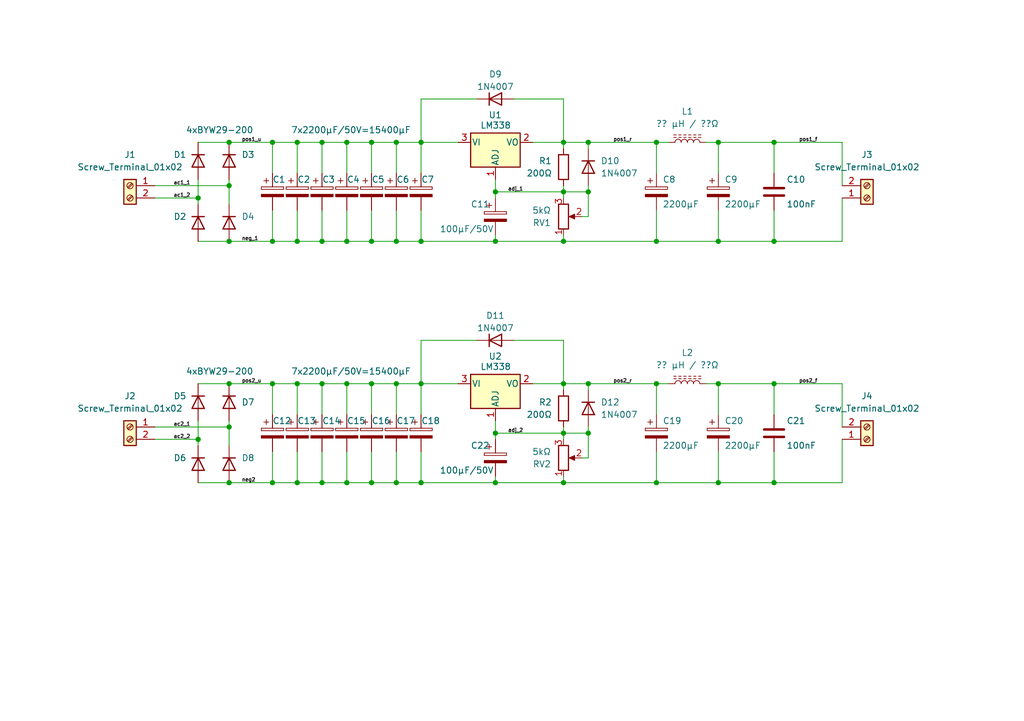
<source format=kicad_sch>
(kicad_sch (version 20211123) (generator eeschema)

  (uuid e63e39d7-6ac0-4ffd-8aa3-1841a4541b55)

  (paper "A5")

  (title_block
    (date "2023-04-23")
  )

  (lib_symbols
    (symbol "Connector:Screw_Terminal_01x02" (pin_names (offset 1.016) hide) (in_bom yes) (on_board yes)
      (property "Reference" "J" (id 0) (at 0 2.54 0)
        (effects (font (size 1.27 1.27)))
      )
      (property "Value" "Screw_Terminal_01x02" (id 1) (at 0 -5.08 0)
        (effects (font (size 1.27 1.27)))
      )
      (property "Footprint" "" (id 2) (at 0 0 0)
        (effects (font (size 1.27 1.27)) hide)
      )
      (property "Datasheet" "~" (id 3) (at 0 0 0)
        (effects (font (size 1.27 1.27)) hide)
      )
      (property "ki_keywords" "screw terminal" (id 4) (at 0 0 0)
        (effects (font (size 1.27 1.27)) hide)
      )
      (property "ki_description" "Generic screw terminal, single row, 01x02, script generated (kicad-library-utils/schlib/autogen/connector/)" (id 5) (at 0 0 0)
        (effects (font (size 1.27 1.27)) hide)
      )
      (property "ki_fp_filters" "TerminalBlock*:*" (id 6) (at 0 0 0)
        (effects (font (size 1.27 1.27)) hide)
      )
      (symbol "Screw_Terminal_01x02_1_1"
        (rectangle (start -1.27 1.27) (end 1.27 -3.81)
          (stroke (width 0.254) (type default) (color 0 0 0 0))
          (fill (type background))
        )
        (circle (center 0 -2.54) (radius 0.635)
          (stroke (width 0.1524) (type default) (color 0 0 0 0))
          (fill (type none))
        )
        (polyline
          (pts
            (xy -0.5334 -2.2098)
            (xy 0.3302 -3.048)
          )
          (stroke (width 0.1524) (type default) (color 0 0 0 0))
          (fill (type none))
        )
        (polyline
          (pts
            (xy -0.5334 0.3302)
            (xy 0.3302 -0.508)
          )
          (stroke (width 0.1524) (type default) (color 0 0 0 0))
          (fill (type none))
        )
        (polyline
          (pts
            (xy -0.3556 -2.032)
            (xy 0.508 -2.8702)
          )
          (stroke (width 0.1524) (type default) (color 0 0 0 0))
          (fill (type none))
        )
        (polyline
          (pts
            (xy -0.3556 0.508)
            (xy 0.508 -0.3302)
          )
          (stroke (width 0.1524) (type default) (color 0 0 0 0))
          (fill (type none))
        )
        (circle (center 0 0) (radius 0.635)
          (stroke (width 0.1524) (type default) (color 0 0 0 0))
          (fill (type none))
        )
        (pin passive line (at -5.08 0 0) (length 3.81)
          (name "Pin_1" (effects (font (size 1.27 1.27))))
          (number "1" (effects (font (size 1.27 1.27))))
        )
        (pin passive line (at -5.08 -2.54 0) (length 3.81)
          (name "Pin_2" (effects (font (size 1.27 1.27))))
          (number "2" (effects (font (size 1.27 1.27))))
        )
      )
    )
    (symbol "Device:C" (pin_numbers hide) (pin_names (offset 0.254)) (in_bom yes) (on_board yes)
      (property "Reference" "C" (id 0) (at 0.635 2.54 0)
        (effects (font (size 1.27 1.27)) (justify left))
      )
      (property "Value" "C" (id 1) (at 0.635 -2.54 0)
        (effects (font (size 1.27 1.27)) (justify left))
      )
      (property "Footprint" "" (id 2) (at 0.9652 -3.81 0)
        (effects (font (size 1.27 1.27)) hide)
      )
      (property "Datasheet" "~" (id 3) (at 0 0 0)
        (effects (font (size 1.27 1.27)) hide)
      )
      (property "ki_keywords" "cap capacitor" (id 4) (at 0 0 0)
        (effects (font (size 1.27 1.27)) hide)
      )
      (property "ki_description" "Unpolarized capacitor" (id 5) (at 0 0 0)
        (effects (font (size 1.27 1.27)) hide)
      )
      (property "ki_fp_filters" "C_*" (id 6) (at 0 0 0)
        (effects (font (size 1.27 1.27)) hide)
      )
      (symbol "C_0_1"
        (polyline
          (pts
            (xy -2.032 -0.762)
            (xy 2.032 -0.762)
          )
          (stroke (width 0.508) (type default) (color 0 0 0 0))
          (fill (type none))
        )
        (polyline
          (pts
            (xy -2.032 0.762)
            (xy 2.032 0.762)
          )
          (stroke (width 0.508) (type default) (color 0 0 0 0))
          (fill (type none))
        )
      )
      (symbol "C_1_1"
        (pin passive line (at 0 3.81 270) (length 2.794)
          (name "~" (effects (font (size 1.27 1.27))))
          (number "1" (effects (font (size 1.27 1.27))))
        )
        (pin passive line (at 0 -3.81 90) (length 2.794)
          (name "~" (effects (font (size 1.27 1.27))))
          (number "2" (effects (font (size 1.27 1.27))))
        )
      )
    )
    (symbol "Device:C_Polarized" (pin_numbers hide) (pin_names (offset 0.254)) (in_bom yes) (on_board yes)
      (property "Reference" "C" (id 0) (at 0.635 2.54 0)
        (effects (font (size 1.27 1.27)) (justify left))
      )
      (property "Value" "C_Polarized" (id 1) (at 0.635 -2.54 0)
        (effects (font (size 1.27 1.27)) (justify left))
      )
      (property "Footprint" "" (id 2) (at 0.9652 -3.81 0)
        (effects (font (size 1.27 1.27)) hide)
      )
      (property "Datasheet" "~" (id 3) (at 0 0 0)
        (effects (font (size 1.27 1.27)) hide)
      )
      (property "ki_keywords" "cap capacitor" (id 4) (at 0 0 0)
        (effects (font (size 1.27 1.27)) hide)
      )
      (property "ki_description" "Polarized capacitor" (id 5) (at 0 0 0)
        (effects (font (size 1.27 1.27)) hide)
      )
      (property "ki_fp_filters" "CP_*" (id 6) (at 0 0 0)
        (effects (font (size 1.27 1.27)) hide)
      )
      (symbol "C_Polarized_0_1"
        (rectangle (start -2.286 0.508) (end 2.286 1.016)
          (stroke (width 0) (type default) (color 0 0 0 0))
          (fill (type none))
        )
        (polyline
          (pts
            (xy -1.778 2.286)
            (xy -0.762 2.286)
          )
          (stroke (width 0) (type default) (color 0 0 0 0))
          (fill (type none))
        )
        (polyline
          (pts
            (xy -1.27 2.794)
            (xy -1.27 1.778)
          )
          (stroke (width 0) (type default) (color 0 0 0 0))
          (fill (type none))
        )
        (rectangle (start 2.286 -0.508) (end -2.286 -1.016)
          (stroke (width 0) (type default) (color 0 0 0 0))
          (fill (type outline))
        )
      )
      (symbol "C_Polarized_1_1"
        (pin passive line (at 0 3.81 270) (length 2.794)
          (name "~" (effects (font (size 1.27 1.27))))
          (number "1" (effects (font (size 1.27 1.27))))
        )
        (pin passive line (at 0 -3.81 90) (length 2.794)
          (name "~" (effects (font (size 1.27 1.27))))
          (number "2" (effects (font (size 1.27 1.27))))
        )
      )
    )
    (symbol "Device:L_Ferrite" (pin_numbers hide) (pin_names (offset 1.016) hide) (in_bom yes) (on_board yes)
      (property "Reference" "L" (id 0) (at -1.27 0 90)
        (effects (font (size 1.27 1.27)))
      )
      (property "Value" "L_Ferrite" (id 1) (at 2.794 0 90)
        (effects (font (size 1.27 1.27)))
      )
      (property "Footprint" "" (id 2) (at 0 0 0)
        (effects (font (size 1.27 1.27)) hide)
      )
      (property "Datasheet" "~" (id 3) (at 0 0 0)
        (effects (font (size 1.27 1.27)) hide)
      )
      (property "ki_keywords" "inductor choke coil reactor magnetic" (id 4) (at 0 0 0)
        (effects (font (size 1.27 1.27)) hide)
      )
      (property "ki_description" "Inductor with ferrite core" (id 5) (at 0 0 0)
        (effects (font (size 1.27 1.27)) hide)
      )
      (property "ki_fp_filters" "Choke_* *Coil* Inductor_* L_*" (id 6) (at 0 0 0)
        (effects (font (size 1.27 1.27)) hide)
      )
      (symbol "L_Ferrite_0_1"
        (arc (start 0 -2.54) (mid 0.635 -1.905) (end 0 -1.27)
          (stroke (width 0) (type default) (color 0 0 0 0))
          (fill (type none))
        )
        (arc (start 0 -1.27) (mid 0.635 -0.635) (end 0 0)
          (stroke (width 0) (type default) (color 0 0 0 0))
          (fill (type none))
        )
        (polyline
          (pts
            (xy 1.016 -2.794)
            (xy 1.016 -2.286)
          )
          (stroke (width 0) (type default) (color 0 0 0 0))
          (fill (type none))
        )
        (polyline
          (pts
            (xy 1.016 -1.778)
            (xy 1.016 -1.27)
          )
          (stroke (width 0) (type default) (color 0 0 0 0))
          (fill (type none))
        )
        (polyline
          (pts
            (xy 1.016 -0.762)
            (xy 1.016 -0.254)
          )
          (stroke (width 0) (type default) (color 0 0 0 0))
          (fill (type none))
        )
        (polyline
          (pts
            (xy 1.016 0.254)
            (xy 1.016 0.762)
          )
          (stroke (width 0) (type default) (color 0 0 0 0))
          (fill (type none))
        )
        (polyline
          (pts
            (xy 1.016 1.27)
            (xy 1.016 1.778)
          )
          (stroke (width 0) (type default) (color 0 0 0 0))
          (fill (type none))
        )
        (polyline
          (pts
            (xy 1.016 2.286)
            (xy 1.016 2.794)
          )
          (stroke (width 0) (type default) (color 0 0 0 0))
          (fill (type none))
        )
        (polyline
          (pts
            (xy 1.524 -2.286)
            (xy 1.524 -2.794)
          )
          (stroke (width 0) (type default) (color 0 0 0 0))
          (fill (type none))
        )
        (polyline
          (pts
            (xy 1.524 -1.27)
            (xy 1.524 -1.778)
          )
          (stroke (width 0) (type default) (color 0 0 0 0))
          (fill (type none))
        )
        (polyline
          (pts
            (xy 1.524 -0.254)
            (xy 1.524 -0.762)
          )
          (stroke (width 0) (type default) (color 0 0 0 0))
          (fill (type none))
        )
        (polyline
          (pts
            (xy 1.524 0.762)
            (xy 1.524 0.254)
          )
          (stroke (width 0) (type default) (color 0 0 0 0))
          (fill (type none))
        )
        (polyline
          (pts
            (xy 1.524 1.778)
            (xy 1.524 1.27)
          )
          (stroke (width 0) (type default) (color 0 0 0 0))
          (fill (type none))
        )
        (polyline
          (pts
            (xy 1.524 2.794)
            (xy 1.524 2.286)
          )
          (stroke (width 0) (type default) (color 0 0 0 0))
          (fill (type none))
        )
        (arc (start 0 0) (mid 0.635 0.635) (end 0 1.27)
          (stroke (width 0) (type default) (color 0 0 0 0))
          (fill (type none))
        )
        (arc (start 0 1.27) (mid 0.635 1.905) (end 0 2.54)
          (stroke (width 0) (type default) (color 0 0 0 0))
          (fill (type none))
        )
      )
      (symbol "L_Ferrite_1_1"
        (pin passive line (at 0 3.81 270) (length 1.27)
          (name "1" (effects (font (size 1.27 1.27))))
          (number "1" (effects (font (size 1.27 1.27))))
        )
        (pin passive line (at 0 -3.81 90) (length 1.27)
          (name "2" (effects (font (size 1.27 1.27))))
          (number "2" (effects (font (size 1.27 1.27))))
        )
      )
    )
    (symbol "Device:R" (pin_numbers hide) (pin_names (offset 0)) (in_bom yes) (on_board yes)
      (property "Reference" "R" (id 0) (at 2.032 0 90)
        (effects (font (size 1.27 1.27)))
      )
      (property "Value" "R" (id 1) (at 0 0 90)
        (effects (font (size 1.27 1.27)))
      )
      (property "Footprint" "" (id 2) (at -1.778 0 90)
        (effects (font (size 1.27 1.27)) hide)
      )
      (property "Datasheet" "~" (id 3) (at 0 0 0)
        (effects (font (size 1.27 1.27)) hide)
      )
      (property "ki_keywords" "R res resistor" (id 4) (at 0 0 0)
        (effects (font (size 1.27 1.27)) hide)
      )
      (property "ki_description" "Resistor" (id 5) (at 0 0 0)
        (effects (font (size 1.27 1.27)) hide)
      )
      (property "ki_fp_filters" "R_*" (id 6) (at 0 0 0)
        (effects (font (size 1.27 1.27)) hide)
      )
      (symbol "R_0_1"
        (rectangle (start -1.016 -2.54) (end 1.016 2.54)
          (stroke (width 0.254) (type default) (color 0 0 0 0))
          (fill (type none))
        )
      )
      (symbol "R_1_1"
        (pin passive line (at 0 3.81 270) (length 1.27)
          (name "~" (effects (font (size 1.27 1.27))))
          (number "1" (effects (font (size 1.27 1.27))))
        )
        (pin passive line (at 0 -3.81 90) (length 1.27)
          (name "~" (effects (font (size 1.27 1.27))))
          (number "2" (effects (font (size 1.27 1.27))))
        )
      )
    )
    (symbol "Device:R_Potentiometer" (pin_names (offset 1.016) hide) (in_bom yes) (on_board yes)
      (property "Reference" "RV" (id 0) (at -4.445 0 90)
        (effects (font (size 1.27 1.27)))
      )
      (property "Value" "R_Potentiometer" (id 1) (at -2.54 0 90)
        (effects (font (size 1.27 1.27)))
      )
      (property "Footprint" "" (id 2) (at 0 0 0)
        (effects (font (size 1.27 1.27)) hide)
      )
      (property "Datasheet" "~" (id 3) (at 0 0 0)
        (effects (font (size 1.27 1.27)) hide)
      )
      (property "ki_keywords" "resistor variable" (id 4) (at 0 0 0)
        (effects (font (size 1.27 1.27)) hide)
      )
      (property "ki_description" "Potentiometer" (id 5) (at 0 0 0)
        (effects (font (size 1.27 1.27)) hide)
      )
      (property "ki_fp_filters" "Potentiometer*" (id 6) (at 0 0 0)
        (effects (font (size 1.27 1.27)) hide)
      )
      (symbol "R_Potentiometer_0_1"
        (polyline
          (pts
            (xy 2.54 0)
            (xy 1.524 0)
          )
          (stroke (width 0) (type default) (color 0 0 0 0))
          (fill (type none))
        )
        (polyline
          (pts
            (xy 1.143 0)
            (xy 2.286 0.508)
            (xy 2.286 -0.508)
            (xy 1.143 0)
          )
          (stroke (width 0) (type default) (color 0 0 0 0))
          (fill (type outline))
        )
        (rectangle (start 1.016 2.54) (end -1.016 -2.54)
          (stroke (width 0.254) (type default) (color 0 0 0 0))
          (fill (type none))
        )
      )
      (symbol "R_Potentiometer_1_1"
        (pin passive line (at 0 3.81 270) (length 1.27)
          (name "1" (effects (font (size 1.27 1.27))))
          (number "1" (effects (font (size 1.27 1.27))))
        )
        (pin passive line (at 3.81 0 180) (length 1.27)
          (name "2" (effects (font (size 1.27 1.27))))
          (number "2" (effects (font (size 1.27 1.27))))
        )
        (pin passive line (at 0 -3.81 90) (length 1.27)
          (name "3" (effects (font (size 1.27 1.27))))
          (number "3" (effects (font (size 1.27 1.27))))
        )
      )
    )
    (symbol "Diode:1N4007" (pin_numbers hide) (pin_names (offset 1.016) hide) (in_bom yes) (on_board yes)
      (property "Reference" "D" (id 0) (at 0 2.54 0)
        (effects (font (size 1.27 1.27)))
      )
      (property "Value" "1N4007" (id 1) (at 0 -2.54 0)
        (effects (font (size 1.27 1.27)))
      )
      (property "Footprint" "Diode_THT:D_DO-41_SOD81_P10.16mm_Horizontal" (id 2) (at 0 -4.445 0)
        (effects (font (size 1.27 1.27)) hide)
      )
      (property "Datasheet" "http://www.vishay.com/docs/88503/1n4001.pdf" (id 3) (at 0 0 0)
        (effects (font (size 1.27 1.27)) hide)
      )
      (property "ki_keywords" "diode" (id 4) (at 0 0 0)
        (effects (font (size 1.27 1.27)) hide)
      )
      (property "ki_description" "1000V 1A General Purpose Rectifier Diode, DO-41" (id 5) (at 0 0 0)
        (effects (font (size 1.27 1.27)) hide)
      )
      (property "ki_fp_filters" "D*DO?41*" (id 6) (at 0 0 0)
        (effects (font (size 1.27 1.27)) hide)
      )
      (symbol "1N4007_0_1"
        (polyline
          (pts
            (xy -1.27 1.27)
            (xy -1.27 -1.27)
          )
          (stroke (width 0.254) (type default) (color 0 0 0 0))
          (fill (type none))
        )
        (polyline
          (pts
            (xy 1.27 0)
            (xy -1.27 0)
          )
          (stroke (width 0) (type default) (color 0 0 0 0))
          (fill (type none))
        )
        (polyline
          (pts
            (xy 1.27 1.27)
            (xy 1.27 -1.27)
            (xy -1.27 0)
            (xy 1.27 1.27)
          )
          (stroke (width 0.254) (type default) (color 0 0 0 0))
          (fill (type none))
        )
      )
      (symbol "1N4007_1_1"
        (pin passive line (at -3.81 0 0) (length 2.54)
          (name "K" (effects (font (size 1.27 1.27))))
          (number "1" (effects (font (size 1.27 1.27))))
        )
        (pin passive line (at 3.81 0 180) (length 2.54)
          (name "A" (effects (font (size 1.27 1.27))))
          (number "2" (effects (font (size 1.27 1.27))))
        )
      )
    )
    (symbol "Diode:BYV79-100" (pin_numbers hide) (pin_names (offset 1.016) hide) (in_bom yes) (on_board yes)
      (property "Reference" "D" (id 0) (at 0 2.54 0)
        (effects (font (size 1.27 1.27)))
      )
      (property "Value" "BYV79-100" (id 1) (at 0 -2.54 0)
        (effects (font (size 1.27 1.27)))
      )
      (property "Footprint" "Package_TO_SOT_THT:TO-220-2_Vertical" (id 2) (at 0 -4.445 0)
        (effects (font (size 1.27 1.27)) hide)
      )
      (property "Datasheet" "http://pdf.datasheetcatalog.com/datasheet/philips/BYV79-100.pdf" (id 3) (at 0 0 0)
        (effects (font (size 1.27 1.27)) hide)
      )
      (property "ki_keywords" "diode" (id 4) (at 0 0 0)
        (effects (font (size 1.27 1.27)) hide)
      )
      (property "ki_description" "100V 14A Ultrafast Rectifier Diode, TO-220" (id 5) (at 0 0 0)
        (effects (font (size 1.27 1.27)) hide)
      )
      (property "ki_fp_filters" "TO?220*" (id 6) (at 0 0 0)
        (effects (font (size 1.27 1.27)) hide)
      )
      (symbol "BYV79-100_0_1"
        (polyline
          (pts
            (xy -1.27 1.27)
            (xy -1.27 -1.27)
          )
          (stroke (width 0.254) (type default) (color 0 0 0 0))
          (fill (type none))
        )
        (polyline
          (pts
            (xy 1.27 0)
            (xy -1.27 0)
          )
          (stroke (width 0) (type default) (color 0 0 0 0))
          (fill (type none))
        )
        (polyline
          (pts
            (xy 1.27 1.27)
            (xy 1.27 -1.27)
            (xy -1.27 0)
            (xy 1.27 1.27)
          )
          (stroke (width 0.254) (type default) (color 0 0 0 0))
          (fill (type none))
        )
      )
      (symbol "BYV79-100_1_1"
        (pin passive line (at -3.81 0 0) (length 2.54)
          (name "K" (effects (font (size 1.27 1.27))))
          (number "1" (effects (font (size 1.27 1.27))))
        )
        (pin passive line (at 3.81 0 180) (length 2.54)
          (name "A" (effects (font (size 1.27 1.27))))
          (number "2" (effects (font (size 1.27 1.27))))
        )
      )
    )
    (symbol "Regulator_Linear:LM317_TO-220" (pin_names (offset 0.254)) (in_bom yes) (on_board yes)
      (property "Reference" "U" (id 0) (at -3.81 3.175 0)
        (effects (font (size 1.27 1.27)))
      )
      (property "Value" "LM317_TO-220" (id 1) (at 0 3.175 0)
        (effects (font (size 1.27 1.27)) (justify left))
      )
      (property "Footprint" "Package_TO_SOT_THT:TO-220-3_Vertical" (id 2) (at 0 6.35 0)
        (effects (font (size 1.27 1.27) italic) hide)
      )
      (property "Datasheet" "http://www.ti.com/lit/ds/symlink/lm317.pdf" (id 3) (at 0 0 0)
        (effects (font (size 1.27 1.27)) hide)
      )
      (property "ki_keywords" "Adjustable Voltage Regulator 1A Positive" (id 4) (at 0 0 0)
        (effects (font (size 1.27 1.27)) hide)
      )
      (property "ki_description" "1.5A 35V Adjustable Linear Regulator, TO-220" (id 5) (at 0 0 0)
        (effects (font (size 1.27 1.27)) hide)
      )
      (property "ki_fp_filters" "TO?220*" (id 6) (at 0 0 0)
        (effects (font (size 1.27 1.27)) hide)
      )
      (symbol "LM317_TO-220_0_1"
        (rectangle (start -5.08 1.905) (end 5.08 -5.08)
          (stroke (width 0.254) (type default) (color 0 0 0 0))
          (fill (type background))
        )
      )
      (symbol "LM317_TO-220_1_1"
        (pin input line (at 0 -7.62 90) (length 2.54)
          (name "ADJ" (effects (font (size 1.27 1.27))))
          (number "1" (effects (font (size 1.27 1.27))))
        )
        (pin power_out line (at 7.62 0 180) (length 2.54)
          (name "VO" (effects (font (size 1.27 1.27))))
          (number "2" (effects (font (size 1.27 1.27))))
        )
        (pin power_in line (at -7.62 0 0) (length 2.54)
          (name "VI" (effects (font (size 1.27 1.27))))
          (number "3" (effects (font (size 1.27 1.27))))
        )
      )
    )
  )

  (junction (at 40.64 90.17) (diameter 0) (color 0 0 0 0)
    (uuid 02c6755b-549f-4efb-89c7-18aaa89fadf9)
  )
  (junction (at 158.75 99.06) (diameter 0) (color 0 0 0 0)
    (uuid 0b924f1e-894c-4b8b-8249-e033c85b70ed)
  )
  (junction (at 115.57 29.21) (diameter 0) (color 0 0 0 0)
    (uuid 163aa707-ea52-4079-8257-10573cd35126)
  )
  (junction (at 134.62 49.53) (diameter 0) (color 0 0 0 0)
    (uuid 1a925774-b0ad-4815-8ec3-8f8db6aa2596)
  )
  (junction (at 71.12 78.74) (diameter 0) (color 0 0 0 0)
    (uuid 1b41ba56-522f-4499-a83c-540dc0752674)
  )
  (junction (at 158.75 29.21) (diameter 0) (color 0 0 0 0)
    (uuid 1e9e1d5c-efa8-499b-9bd0-331bf65cfd2a)
  )
  (junction (at 46.99 87.63) (diameter 0) (color 0 0 0 0)
    (uuid 2df57cc5-951a-4c52-b24d-d4e4763a037b)
  )
  (junction (at 46.99 38.1) (diameter 0) (color 0 0 0 0)
    (uuid 2eedf9af-5fda-4d13-a7da-1b6759662a8e)
  )
  (junction (at 66.04 49.53) (diameter 0) (color 0 0 0 0)
    (uuid 3027109c-70b4-4579-aeca-89158603b423)
  )
  (junction (at 115.57 49.53) (diameter 0) (color 0 0 0 0)
    (uuid 3212c425-c411-4011-a581-8baffa4d28e1)
  )
  (junction (at 81.28 49.53) (diameter 0) (color 0 0 0 0)
    (uuid 3529b847-7438-4420-86bd-59dc4518b89c)
  )
  (junction (at 147.32 49.53) (diameter 0) (color 0 0 0 0)
    (uuid 459fbd32-49b0-43d2-bd6e-bbad564768a5)
  )
  (junction (at 66.04 99.06) (diameter 0) (color 0 0 0 0)
    (uuid 4a9781d4-7ba9-4c35-9d46-eb2382dcb8cd)
  )
  (junction (at 76.2 29.21) (diameter 0) (color 0 0 0 0)
    (uuid 4bd67bfa-0bbd-4c04-8070-9beceaabf983)
  )
  (junction (at 115.57 99.06) (diameter 0) (color 0 0 0 0)
    (uuid 4d9a5c15-b6c5-47a2-bb8c-738307f9e339)
  )
  (junction (at 46.99 78.74) (diameter 0) (color 0 0 0 0)
    (uuid 4da52d7b-855c-4fee-8d7d-be6c8a4cca7b)
  )
  (junction (at 120.65 78.74) (diameter 0) (color 0 0 0 0)
    (uuid 4e528f59-071f-4e40-8cb6-72870b449d3c)
  )
  (junction (at 76.2 49.53) (diameter 0) (color 0 0 0 0)
    (uuid 51fe142b-64a5-4a6f-a320-7c7c189aed6e)
  )
  (junction (at 86.36 99.06) (diameter 0) (color 0 0 0 0)
    (uuid 5840de82-4d39-454c-8615-bf847399592f)
  )
  (junction (at 55.88 99.06) (diameter 0) (color 0 0 0 0)
    (uuid 58525823-95c9-40ca-94fd-b1f45f226e5a)
  )
  (junction (at 86.36 78.74) (diameter 0) (color 0 0 0 0)
    (uuid 5fac6a65-d5ba-42b0-90fa-895614b3b96d)
  )
  (junction (at 66.04 29.21) (diameter 0) (color 0 0 0 0)
    (uuid 61bfeb38-d64a-4981-849e-67264df5235a)
  )
  (junction (at 81.28 99.06) (diameter 0) (color 0 0 0 0)
    (uuid 628fac69-4b80-4aaf-aaf1-0bb5ddd98805)
  )
  (junction (at 46.99 99.06) (diameter 0) (color 0 0 0 0)
    (uuid 66dfb2e9-bd04-4d2b-a962-5505834b632e)
  )
  (junction (at 158.75 78.74) (diameter 0) (color 0 0 0 0)
    (uuid 6a6ac13a-d5fe-460d-9fe3-ef3211a79eff)
  )
  (junction (at 55.88 29.21) (diameter 0) (color 0 0 0 0)
    (uuid 6ee30666-6997-45a6-b3c6-bde5cf9e9ef7)
  )
  (junction (at 134.62 29.21) (diameter 0) (color 0 0 0 0)
    (uuid 709e4e97-2e75-4628-9510-45d305a85e32)
  )
  (junction (at 60.96 99.06) (diameter 0) (color 0 0 0 0)
    (uuid 7bb68258-9f62-411c-b317-abc23c74c555)
  )
  (junction (at 134.62 99.06) (diameter 0) (color 0 0 0 0)
    (uuid 7f2b417d-1b88-4647-b753-fd7815422e13)
  )
  (junction (at 71.12 99.06) (diameter 0) (color 0 0 0 0)
    (uuid 8012b180-e93c-437d-baa2-21f913b05b40)
  )
  (junction (at 81.28 29.21) (diameter 0) (color 0 0 0 0)
    (uuid 8933f23f-6200-43b4-b238-86634d98db4d)
  )
  (junction (at 158.75 49.53) (diameter 0) (color 0 0 0 0)
    (uuid 89656ee4-39f7-44d7-a9b7-cf244219f974)
  )
  (junction (at 120.65 29.21) (diameter 0) (color 0 0 0 0)
    (uuid 8ab962c1-ac47-469d-bddc-496c638a0d7e)
  )
  (junction (at 115.57 39.37) (diameter 0) (color 0 0 0 0)
    (uuid 8c451431-8b4c-491f-a607-064972a1365d)
  )
  (junction (at 101.6 39.37) (diameter 0) (color 0 0 0 0)
    (uuid 8dfa41a6-c1ea-4610-b612-f98f2206d2a1)
  )
  (junction (at 86.36 49.53) (diameter 0) (color 0 0 0 0)
    (uuid 8e055997-1a42-4090-a2ad-e143f7dbc9f9)
  )
  (junction (at 101.6 99.06) (diameter 0) (color 0 0 0 0)
    (uuid 928cef55-182b-4f83-951c-8c7f8c4c1ce5)
  )
  (junction (at 147.32 99.06) (diameter 0) (color 0 0 0 0)
    (uuid 9ec0a4bc-91ea-456b-8d99-545ade88941a)
  )
  (junction (at 71.12 29.21) (diameter 0) (color 0 0 0 0)
    (uuid 9f44af6a-fb29-4a2f-94dd-55d84a36627a)
  )
  (junction (at 46.99 49.53) (diameter 0) (color 0 0 0 0)
    (uuid a35a7f59-bc40-4e92-9787-d80bf05fcad7)
  )
  (junction (at 60.96 78.74) (diameter 0) (color 0 0 0 0)
    (uuid a3be4bd0-3ba1-4d92-adcd-5cce0140d6ff)
  )
  (junction (at 76.2 99.06) (diameter 0) (color 0 0 0 0)
    (uuid aa8a472a-db78-411b-b7c5-0c87af9f79ee)
  )
  (junction (at 46.99 29.21) (diameter 0) (color 0 0 0 0)
    (uuid aac84420-5bbc-49cb-805f-303aa143162c)
  )
  (junction (at 60.96 49.53) (diameter 0) (color 0 0 0 0)
    (uuid aea664bc-065a-4027-85f3-8260de9ec4e2)
  )
  (junction (at 55.88 78.74) (diameter 0) (color 0 0 0 0)
    (uuid b07cfb7f-e465-44e6-b5dc-befaaca08ba7)
  )
  (junction (at 66.04 78.74) (diameter 0) (color 0 0 0 0)
    (uuid b5c7388e-a1e2-47e8-8edd-8f95f2462d84)
  )
  (junction (at 86.36 29.21) (diameter 0) (color 0 0 0 0)
    (uuid b87236f2-8775-41aa-a724-dc64989e1b8c)
  )
  (junction (at 40.64 40.64) (diameter 0) (color 0 0 0 0)
    (uuid b8e0cadd-e20e-4e68-80a7-c049902e7b16)
  )
  (junction (at 120.65 88.9) (diameter 0) (color 0 0 0 0)
    (uuid c1d3771e-5f16-4525-9265-e7c89cbc9b23)
  )
  (junction (at 115.57 88.9) (diameter 0) (color 0 0 0 0)
    (uuid c69fad48-7b84-483b-989f-a4c8b1570c63)
  )
  (junction (at 76.2 78.74) (diameter 0) (color 0 0 0 0)
    (uuid c83674b5-d512-4847-913f-e877d769f3de)
  )
  (junction (at 147.32 29.21) (diameter 0) (color 0 0 0 0)
    (uuid c8c3e903-bb97-4a57-ac27-666e34d645c6)
  )
  (junction (at 120.65 39.37) (diameter 0) (color 0 0 0 0)
    (uuid ca763825-924e-4676-8072-85bb4a45fd60)
  )
  (junction (at 115.57 78.74) (diameter 0) (color 0 0 0 0)
    (uuid caa06830-bd40-4a78-9001-d4270c2fdfde)
  )
  (junction (at 60.96 29.21) (diameter 0) (color 0 0 0 0)
    (uuid df506fb6-46c1-4c2a-9cee-351080d256c6)
  )
  (junction (at 147.32 78.74) (diameter 0) (color 0 0 0 0)
    (uuid e00266e7-f6ea-4833-92b0-7e0a2e683b73)
  )
  (junction (at 55.88 49.53) (diameter 0) (color 0 0 0 0)
    (uuid e81265ae-8e75-4464-ae28-c2cd5ede0003)
  )
  (junction (at 71.12 49.53) (diameter 0) (color 0 0 0 0)
    (uuid ea24036f-c62c-4058-bb7d-6e671b53749d)
  )
  (junction (at 81.28 78.74) (diameter 0) (color 0 0 0 0)
    (uuid ed63960f-f669-400a-bf82-2d0ffb261475)
  )
  (junction (at 101.6 49.53) (diameter 0) (color 0 0 0 0)
    (uuid f602d21b-7b76-4ffb-b388-dc1671ee68a4)
  )
  (junction (at 101.6 88.9) (diameter 0) (color 0 0 0 0)
    (uuid f871a998-9d4a-446f-8e45-fb77c64912f3)
  )
  (junction (at 134.62 78.74) (diameter 0) (color 0 0 0 0)
    (uuid fede5aa3-cd21-4a31-a0ce-b6510f3b56ed)
  )

  (wire (pts (xy 46.99 86.36) (xy 46.99 87.63))
    (stroke (width 0) (type default) (color 0 0 0 0))
    (uuid 00225e5f-500f-4009-9fa8-f15de69b0812)
  )
  (wire (pts (xy 55.88 78.74) (xy 60.96 78.74))
    (stroke (width 0) (type default) (color 0 0 0 0))
    (uuid 02de98bc-e663-48c9-94d8-5c5fe5580b37)
  )
  (wire (pts (xy 86.36 49.53) (xy 101.6 49.53))
    (stroke (width 0) (type default) (color 0 0 0 0))
    (uuid 03b9ebed-2c84-4b81-b101-6382c762a424)
  )
  (wire (pts (xy 66.04 49.53) (xy 71.12 49.53))
    (stroke (width 0) (type default) (color 0 0 0 0))
    (uuid 04773769-0537-4dc7-867d-72b224ae9caf)
  )
  (wire (pts (xy 134.62 92.71) (xy 134.62 99.06))
    (stroke (width 0) (type default) (color 0 0 0 0))
    (uuid 04f5ab28-e02e-42fe-8d87-74554ad54832)
  )
  (wire (pts (xy 86.36 92.71) (xy 86.36 99.06))
    (stroke (width 0) (type default) (color 0 0 0 0))
    (uuid 065ace95-b9ee-4cbc-9d71-871728062b47)
  )
  (wire (pts (xy 147.32 29.21) (xy 147.32 35.56))
    (stroke (width 0) (type default) (color 0 0 0 0))
    (uuid 07be99bc-3222-4b7c-98d1-f07f3cfdd16b)
  )
  (wire (pts (xy 60.96 49.53) (xy 66.04 49.53))
    (stroke (width 0) (type default) (color 0 0 0 0))
    (uuid 0972ace4-d047-4dcd-a95d-3063a895b5c6)
  )
  (wire (pts (xy 115.57 48.26) (xy 115.57 49.53))
    (stroke (width 0) (type default) (color 0 0 0 0))
    (uuid 0ad481a3-16bc-4301-8765-d5f2b70842d1)
  )
  (wire (pts (xy 81.28 49.53) (xy 86.36 49.53))
    (stroke (width 0) (type default) (color 0 0 0 0))
    (uuid 0d533ace-e373-4871-9b28-b1ae77cbbd2e)
  )
  (wire (pts (xy 76.2 29.21) (xy 81.28 29.21))
    (stroke (width 0) (type default) (color 0 0 0 0))
    (uuid 0dcadcb8-07a7-4898-a214-d6ec2b74c38e)
  )
  (wire (pts (xy 71.12 99.06) (xy 76.2 99.06))
    (stroke (width 0) (type default) (color 0 0 0 0))
    (uuid 0e4ad003-9037-4b89-a322-bb47039cf8b6)
  )
  (wire (pts (xy 66.04 78.74) (xy 71.12 78.74))
    (stroke (width 0) (type default) (color 0 0 0 0))
    (uuid 0e65657d-6750-472b-9309-f7f540ff8f5c)
  )
  (wire (pts (xy 86.36 69.85) (xy 86.36 78.74))
    (stroke (width 0) (type default) (color 0 0 0 0))
    (uuid 10113db2-073c-40e7-9c6a-a14ac9857ebb)
  )
  (wire (pts (xy 66.04 29.21) (xy 66.04 35.56))
    (stroke (width 0) (type default) (color 0 0 0 0))
    (uuid 11b53db8-f20d-48ab-8a60-7cee3ced636d)
  )
  (wire (pts (xy 134.62 78.74) (xy 134.62 85.09))
    (stroke (width 0) (type default) (color 0 0 0 0))
    (uuid 146eb877-4b3a-4431-967d-c2fade874a25)
  )
  (wire (pts (xy 60.96 78.74) (xy 60.96 85.09))
    (stroke (width 0) (type default) (color 0 0 0 0))
    (uuid 15c44602-f3dc-4997-852e-cbf3d2c3e749)
  )
  (wire (pts (xy 101.6 36.83) (xy 101.6 39.37))
    (stroke (width 0) (type default) (color 0 0 0 0))
    (uuid 15ce6394-2ae4-4be7-a9e3-8f43c77dbe94)
  )
  (wire (pts (xy 115.57 88.9) (xy 115.57 90.17))
    (stroke (width 0) (type default) (color 0 0 0 0))
    (uuid 16fa3ca1-79a9-4ede-ab25-e5557515ac78)
  )
  (wire (pts (xy 40.64 40.64) (xy 40.64 41.91))
    (stroke (width 0) (type default) (color 0 0 0 0))
    (uuid 179c6822-6e5b-471e-90ce-d6682a427e19)
  )
  (wire (pts (xy 46.99 49.53) (xy 55.88 49.53))
    (stroke (width 0) (type default) (color 0 0 0 0))
    (uuid 19807724-13ca-4d64-8542-95065ef3230a)
  )
  (wire (pts (xy 134.62 99.06) (xy 147.32 99.06))
    (stroke (width 0) (type default) (color 0 0 0 0))
    (uuid 1a5bb072-dbda-4935-9d85-e856bd81750d)
  )
  (wire (pts (xy 60.96 43.18) (xy 60.96 49.53))
    (stroke (width 0) (type default) (color 0 0 0 0))
    (uuid 1d045b87-9d74-4196-acf1-72bc06d63455)
  )
  (wire (pts (xy 76.2 78.74) (xy 76.2 85.09))
    (stroke (width 0) (type default) (color 0 0 0 0))
    (uuid 1dd357ac-c9f0-460a-8dcf-84309fdc50a1)
  )
  (wire (pts (xy 115.57 29.21) (xy 115.57 20.32))
    (stroke (width 0) (type default) (color 0 0 0 0))
    (uuid 1e135a5b-f26a-425b-a588-6fdaf75980ba)
  )
  (wire (pts (xy 101.6 97.79) (xy 101.6 99.06))
    (stroke (width 0) (type default) (color 0 0 0 0))
    (uuid 1ff93093-739e-48fd-9a07-938c4ffc3588)
  )
  (wire (pts (xy 101.6 39.37) (xy 101.6 40.64))
    (stroke (width 0) (type default) (color 0 0 0 0))
    (uuid 20afa7cd-2c32-49cc-ac81-cdfd6e98379b)
  )
  (wire (pts (xy 147.32 49.53) (xy 158.75 49.53))
    (stroke (width 0) (type default) (color 0 0 0 0))
    (uuid 21baa330-42e5-4f3e-ad24-052ffb1186a1)
  )
  (wire (pts (xy 134.62 43.18) (xy 134.62 49.53))
    (stroke (width 0) (type default) (color 0 0 0 0))
    (uuid 23cf9060-cff9-4b2a-84bb-136bbb11b187)
  )
  (wire (pts (xy 147.32 43.18) (xy 147.32 49.53))
    (stroke (width 0) (type default) (color 0 0 0 0))
    (uuid 23fa55f0-28cd-4ab8-8013-ead1f577a584)
  )
  (wire (pts (xy 119.38 93.98) (xy 120.65 93.98))
    (stroke (width 0) (type default) (color 0 0 0 0))
    (uuid 2810606f-7388-452f-9a7d-61b305cf476b)
  )
  (wire (pts (xy 147.32 29.21) (xy 158.75 29.21))
    (stroke (width 0) (type default) (color 0 0 0 0))
    (uuid 28293edb-eb8c-4ac8-a34a-e9c4b4ce40fb)
  )
  (wire (pts (xy 172.72 40.64) (xy 172.72 49.53))
    (stroke (width 0) (type default) (color 0 0 0 0))
    (uuid 2be2fea2-ea8b-4a8e-86e6-b91d1bacf996)
  )
  (wire (pts (xy 46.99 87.63) (xy 46.99 91.44))
    (stroke (width 0) (type default) (color 0 0 0 0))
    (uuid 2c8c9fcd-e991-4c18-a66a-d9fc141fc4d7)
  )
  (wire (pts (xy 76.2 78.74) (xy 81.28 78.74))
    (stroke (width 0) (type default) (color 0 0 0 0))
    (uuid 2db5c3eb-700b-49b7-9708-fc8aa3053016)
  )
  (wire (pts (xy 81.28 43.18) (xy 81.28 49.53))
    (stroke (width 0) (type default) (color 0 0 0 0))
    (uuid 2e1e57ff-3ed3-40ff-b383-a6411df0ac6f)
  )
  (wire (pts (xy 55.88 49.53) (xy 60.96 49.53))
    (stroke (width 0) (type default) (color 0 0 0 0))
    (uuid 34cc89be-9c45-479e-a4bc-adebc7579ba0)
  )
  (wire (pts (xy 144.78 78.74) (xy 147.32 78.74))
    (stroke (width 0) (type default) (color 0 0 0 0))
    (uuid 371145aa-e964-47bf-81ee-b1c430008b11)
  )
  (wire (pts (xy 134.62 78.74) (xy 137.16 78.74))
    (stroke (width 0) (type default) (color 0 0 0 0))
    (uuid 39611c83-8399-46f9-aa3c-33df63f431ea)
  )
  (wire (pts (xy 76.2 49.53) (xy 81.28 49.53))
    (stroke (width 0) (type default) (color 0 0 0 0))
    (uuid 3c9f02f6-370e-4c10-9f54-9c44ceac92dd)
  )
  (wire (pts (xy 71.12 78.74) (xy 71.12 85.09))
    (stroke (width 0) (type default) (color 0 0 0 0))
    (uuid 3cbc6339-9023-426e-8ab9-c26d92035cf9)
  )
  (wire (pts (xy 172.72 29.21) (xy 172.72 38.1))
    (stroke (width 0) (type default) (color 0 0 0 0))
    (uuid 3de7341a-7178-485f-bf13-892e1e0b1262)
  )
  (wire (pts (xy 71.12 29.21) (xy 76.2 29.21))
    (stroke (width 0) (type default) (color 0 0 0 0))
    (uuid 3e81e632-edc5-4cf4-a2a3-40a22f2233b6)
  )
  (wire (pts (xy 31.75 90.17) (xy 40.64 90.17))
    (stroke (width 0) (type default) (color 0 0 0 0))
    (uuid 455d7830-70dc-4907-8c0e-bb9d1c50cd60)
  )
  (wire (pts (xy 172.72 78.74) (xy 172.72 87.63))
    (stroke (width 0) (type default) (color 0 0 0 0))
    (uuid 4665c22b-73da-48cf-841a-c4141a633a9b)
  )
  (wire (pts (xy 158.75 43.18) (xy 158.75 49.53))
    (stroke (width 0) (type default) (color 0 0 0 0))
    (uuid 4679a78a-9efa-44ec-ba0f-16125524d3cb)
  )
  (wire (pts (xy 115.57 97.79) (xy 115.57 99.06))
    (stroke (width 0) (type default) (color 0 0 0 0))
    (uuid 47d8f9e4-65b8-4e24-a41b-0863b0041451)
  )
  (wire (pts (xy 71.12 43.18) (xy 71.12 49.53))
    (stroke (width 0) (type default) (color 0 0 0 0))
    (uuid 48831ab0-ef4d-4330-bf8e-a150aeb2905d)
  )
  (wire (pts (xy 66.04 29.21) (xy 71.12 29.21))
    (stroke (width 0) (type default) (color 0 0 0 0))
    (uuid 4a22aef1-1e6c-44c1-8905-f5c4f7c55be8)
  )
  (wire (pts (xy 120.65 78.74) (xy 120.65 80.01))
    (stroke (width 0) (type default) (color 0 0 0 0))
    (uuid 4ab579fd-8417-4d85-a6e6-462ebf07b0ae)
  )
  (wire (pts (xy 101.6 88.9) (xy 101.6 90.17))
    (stroke (width 0) (type default) (color 0 0 0 0))
    (uuid 4d2750b7-30eb-4b03-83ce-c6e31a4a8667)
  )
  (wire (pts (xy 46.99 78.74) (xy 55.88 78.74))
    (stroke (width 0) (type default) (color 0 0 0 0))
    (uuid 4e4e2840-b723-4fc4-8bc2-54e181d5b0e7)
  )
  (wire (pts (xy 66.04 92.71) (xy 66.04 99.06))
    (stroke (width 0) (type default) (color 0 0 0 0))
    (uuid 4e91291a-17a5-476e-8634-d60b64c32240)
  )
  (wire (pts (xy 147.32 99.06) (xy 158.75 99.06))
    (stroke (width 0) (type default) (color 0 0 0 0))
    (uuid 4f0fde9d-be63-4466-8c20-8734faf50904)
  )
  (wire (pts (xy 172.72 29.21) (xy 158.75 29.21))
    (stroke (width 0) (type default) (color 0 0 0 0))
    (uuid 4f3a95a9-49c7-45bb-9c59-143c553ced2d)
  )
  (wire (pts (xy 147.32 78.74) (xy 147.32 85.09))
    (stroke (width 0) (type default) (color 0 0 0 0))
    (uuid 4f64468f-9571-4ad9-b3e9-e8154e0307c1)
  )
  (wire (pts (xy 40.64 90.17) (xy 40.64 91.44))
    (stroke (width 0) (type default) (color 0 0 0 0))
    (uuid 516b2279-15da-438b-a20e-d8822aaa4ce1)
  )
  (wire (pts (xy 60.96 29.21) (xy 66.04 29.21))
    (stroke (width 0) (type default) (color 0 0 0 0))
    (uuid 5377b1f5-0de6-4bf8-8f24-8d10c0d8268a)
  )
  (wire (pts (xy 101.6 99.06) (xy 115.57 99.06))
    (stroke (width 0) (type default) (color 0 0 0 0))
    (uuid 53baa15a-d72a-4603-8985-0f27bcc54bd8)
  )
  (wire (pts (xy 71.12 49.53) (xy 76.2 49.53))
    (stroke (width 0) (type default) (color 0 0 0 0))
    (uuid 54274f70-fca4-44eb-8833-d7c069c934ca)
  )
  (wire (pts (xy 115.57 78.74) (xy 120.65 78.74))
    (stroke (width 0) (type default) (color 0 0 0 0))
    (uuid 5a7b34b8-8db0-4b54-bd4a-c72925210485)
  )
  (wire (pts (xy 115.57 39.37) (xy 115.57 40.64))
    (stroke (width 0) (type default) (color 0 0 0 0))
    (uuid 5ba19575-6efd-4422-b1e1-564235bc68c0)
  )
  (wire (pts (xy 109.22 29.21) (xy 115.57 29.21))
    (stroke (width 0) (type default) (color 0 0 0 0))
    (uuid 5ec9bebb-83a1-4b01-92b8-730d0b798f24)
  )
  (wire (pts (xy 40.64 29.21) (xy 46.99 29.21))
    (stroke (width 0) (type default) (color 0 0 0 0))
    (uuid 60f67119-b0ff-497d-8e30-5de8bf49ac35)
  )
  (wire (pts (xy 55.88 92.71) (xy 55.88 99.06))
    (stroke (width 0) (type default) (color 0 0 0 0))
    (uuid 615c6fbe-a248-4c7c-9c65-070751a061ef)
  )
  (wire (pts (xy 120.65 39.37) (xy 115.57 39.37))
    (stroke (width 0) (type default) (color 0 0 0 0))
    (uuid 61a8d39f-1302-4709-a5e8-502fd7d6b767)
  )
  (wire (pts (xy 86.36 20.32) (xy 86.36 29.21))
    (stroke (width 0) (type default) (color 0 0 0 0))
    (uuid 623de291-2690-4d2b-a144-f48cabc2f02e)
  )
  (wire (pts (xy 115.57 78.74) (xy 115.57 69.85))
    (stroke (width 0) (type default) (color 0 0 0 0))
    (uuid 633ef17a-d759-420a-bce9-3322cc217abe)
  )
  (wire (pts (xy 86.36 78.74) (xy 86.36 85.09))
    (stroke (width 0) (type default) (color 0 0 0 0))
    (uuid 63576142-4844-4a6f-a9aa-71df04f06dc5)
  )
  (wire (pts (xy 109.22 78.74) (xy 115.57 78.74))
    (stroke (width 0) (type default) (color 0 0 0 0))
    (uuid 66c36938-8d04-422e-ad79-ca8959439f6c)
  )
  (wire (pts (xy 81.28 78.74) (xy 86.36 78.74))
    (stroke (width 0) (type default) (color 0 0 0 0))
    (uuid 67c34a93-7194-4d54-bac1-b4c084c81aab)
  )
  (wire (pts (xy 40.64 49.53) (xy 46.99 49.53))
    (stroke (width 0) (type default) (color 0 0 0 0))
    (uuid 6ed72853-1869-4906-9909-0f3fe9813129)
  )
  (wire (pts (xy 144.78 29.21) (xy 147.32 29.21))
    (stroke (width 0) (type default) (color 0 0 0 0))
    (uuid 7073e4e1-35b1-4fa2-94b7-679bf0d7fd07)
  )
  (wire (pts (xy 31.75 87.63) (xy 46.99 87.63))
    (stroke (width 0) (type default) (color 0 0 0 0))
    (uuid 72174929-c6a8-4aea-a163-80dce21d1084)
  )
  (wire (pts (xy 55.88 99.06) (xy 60.96 99.06))
    (stroke (width 0) (type default) (color 0 0 0 0))
    (uuid 753b7894-2637-4649-9cc6-c6ebfea6ea83)
  )
  (wire (pts (xy 120.65 44.45) (xy 120.65 39.37))
    (stroke (width 0) (type default) (color 0 0 0 0))
    (uuid 78193e2d-9d9f-433c-9f94-84a8711303c0)
  )
  (wire (pts (xy 55.88 29.21) (xy 55.88 35.56))
    (stroke (width 0) (type default) (color 0 0 0 0))
    (uuid 7988228e-f3b0-4433-a120-c694a91281e5)
  )
  (wire (pts (xy 120.65 88.9) (xy 115.57 88.9))
    (stroke (width 0) (type default) (color 0 0 0 0))
    (uuid 7993df01-63d4-4367-af06-c8f43ff3ceba)
  )
  (wire (pts (xy 97.79 20.32) (xy 86.36 20.32))
    (stroke (width 0) (type default) (color 0 0 0 0))
    (uuid 79bffea1-482a-418d-8415-8397b4104029)
  )
  (wire (pts (xy 101.6 86.36) (xy 101.6 88.9))
    (stroke (width 0) (type default) (color 0 0 0 0))
    (uuid 7a8d10d2-c160-4f56-950c-a2bb6c51be3b)
  )
  (wire (pts (xy 60.96 78.74) (xy 66.04 78.74))
    (stroke (width 0) (type default) (color 0 0 0 0))
    (uuid 81c8dc4b-1d6c-4cf7-9932-d094bb5e212f)
  )
  (wire (pts (xy 46.99 99.06) (xy 55.88 99.06))
    (stroke (width 0) (type default) (color 0 0 0 0))
    (uuid 822b2858-9db6-4300-aa88-6fa0d7e6402e)
  )
  (wire (pts (xy 40.64 78.74) (xy 46.99 78.74))
    (stroke (width 0) (type default) (color 0 0 0 0))
    (uuid 8350b9e6-4377-40d0-b37c-4cb3203b6135)
  )
  (wire (pts (xy 40.64 86.36) (xy 40.64 90.17))
    (stroke (width 0) (type default) (color 0 0 0 0))
    (uuid 853f7e0f-862a-4240-8779-7d76a9b9ad66)
  )
  (wire (pts (xy 147.32 78.74) (xy 158.75 78.74))
    (stroke (width 0) (type default) (color 0 0 0 0))
    (uuid 863bb8c3-74ca-43f9-abdd-dac898d75cda)
  )
  (wire (pts (xy 120.65 93.98) (xy 120.65 88.9))
    (stroke (width 0) (type default) (color 0 0 0 0))
    (uuid 895462b8-6506-4742-915f-7aca98895c22)
  )
  (wire (pts (xy 81.28 92.71) (xy 81.28 99.06))
    (stroke (width 0) (type default) (color 0 0 0 0))
    (uuid 89eb79b2-009b-4d78-8104-47dbb6b3f16a)
  )
  (wire (pts (xy 115.57 38.1) (xy 115.57 39.37))
    (stroke (width 0) (type default) (color 0 0 0 0))
    (uuid 8a8b203c-5e57-4447-bfc9-1537ec63dee6)
  )
  (wire (pts (xy 55.88 43.18) (xy 55.88 49.53))
    (stroke (width 0) (type default) (color 0 0 0 0))
    (uuid 8b3b2b8d-dc02-479a-987c-d4da77255d13)
  )
  (wire (pts (xy 115.57 80.01) (xy 115.57 78.74))
    (stroke (width 0) (type default) (color 0 0 0 0))
    (uuid 90069c2b-df29-4b88-aceb-bc1787d584bb)
  )
  (wire (pts (xy 115.57 49.53) (xy 134.62 49.53))
    (stroke (width 0) (type default) (color 0 0 0 0))
    (uuid 911e458a-c00a-4d73-b032-b38b455659b8)
  )
  (wire (pts (xy 76.2 92.71) (xy 76.2 99.06))
    (stroke (width 0) (type default) (color 0 0 0 0))
    (uuid 91c08435-b84c-4a90-9ba6-5087404290c3)
  )
  (wire (pts (xy 86.36 43.18) (xy 86.36 49.53))
    (stroke (width 0) (type default) (color 0 0 0 0))
    (uuid 91ec05fc-ee57-42e3-a22c-624ed8f808ab)
  )
  (wire (pts (xy 172.72 49.53) (xy 158.75 49.53))
    (stroke (width 0) (type default) (color 0 0 0 0))
    (uuid 93c46a5c-4761-458e-9771-c52fbb299878)
  )
  (wire (pts (xy 120.65 78.74) (xy 134.62 78.74))
    (stroke (width 0) (type default) (color 0 0 0 0))
    (uuid 96d3326f-2beb-4443-a0ff-b18ede354eea)
  )
  (wire (pts (xy 120.65 87.63) (xy 120.65 88.9))
    (stroke (width 0) (type default) (color 0 0 0 0))
    (uuid 991cb735-f412-41a0-8174-470889ec351e)
  )
  (wire (pts (xy 76.2 29.21) (xy 76.2 35.56))
    (stroke (width 0) (type default) (color 0 0 0 0))
    (uuid 9a5f5f98-ab2d-45e5-beca-12c5fda660af)
  )
  (wire (pts (xy 55.88 29.21) (xy 60.96 29.21))
    (stroke (width 0) (type default) (color 0 0 0 0))
    (uuid 9f036277-c664-49de-81cc-9eb99f05ac1d)
  )
  (wire (pts (xy 134.62 29.21) (xy 134.62 35.56))
    (stroke (width 0) (type default) (color 0 0 0 0))
    (uuid 9f0b2dc5-5a7c-41cc-9e2b-a1372b4e437e)
  )
  (wire (pts (xy 115.57 88.9) (xy 101.6 88.9))
    (stroke (width 0) (type default) (color 0 0 0 0))
    (uuid a00e3738-b512-4be7-a724-31a20ff78d5b)
  )
  (wire (pts (xy 76.2 99.06) (xy 81.28 99.06))
    (stroke (width 0) (type default) (color 0 0 0 0))
    (uuid a03e89c3-fade-4379-97d0-7e8fa19d2580)
  )
  (wire (pts (xy 134.62 29.21) (xy 137.16 29.21))
    (stroke (width 0) (type default) (color 0 0 0 0))
    (uuid a4c50b89-7e73-411b-9c5a-b63ba3991f54)
  )
  (wire (pts (xy 31.75 38.1) (xy 46.99 38.1))
    (stroke (width 0) (type default) (color 0 0 0 0))
    (uuid a71717c1-c5e4-48f0-93cc-34bc8c8a572b)
  )
  (wire (pts (xy 55.88 78.74) (xy 55.88 85.09))
    (stroke (width 0) (type default) (color 0 0 0 0))
    (uuid ab949a7d-0e8c-4342-8885-b90739bc51a9)
  )
  (wire (pts (xy 71.12 92.71) (xy 71.12 99.06))
    (stroke (width 0) (type default) (color 0 0 0 0))
    (uuid ad087e22-240d-4c20-a283-f2b8a98c43b4)
  )
  (wire (pts (xy 86.36 29.21) (xy 86.36 35.56))
    (stroke (width 0) (type default) (color 0 0 0 0))
    (uuid aded3c0b-5d62-455a-9696-36d59e908931)
  )
  (wire (pts (xy 46.99 36.83) (xy 46.99 38.1))
    (stroke (width 0) (type default) (color 0 0 0 0))
    (uuid b05f4ec8-26e6-4d4c-8950-fbd91bb542e8)
  )
  (wire (pts (xy 60.96 29.21) (xy 60.96 35.56))
    (stroke (width 0) (type default) (color 0 0 0 0))
    (uuid b0ceb6c4-9add-467f-ad64-2fcad4890a3f)
  )
  (wire (pts (xy 172.72 90.17) (xy 172.72 99.06))
    (stroke (width 0) (type default) (color 0 0 0 0))
    (uuid b229ec96-2699-4079-bd50-174598b9dce6)
  )
  (wire (pts (xy 46.99 38.1) (xy 46.99 41.91))
    (stroke (width 0) (type default) (color 0 0 0 0))
    (uuid b2e24f28-3ac0-40c3-9404-609defb3e0c4)
  )
  (wire (pts (xy 115.57 20.32) (xy 105.41 20.32))
    (stroke (width 0) (type default) (color 0 0 0 0))
    (uuid b35d58eb-283f-49e7-a481-e84f1f32838e)
  )
  (wire (pts (xy 158.75 29.21) (xy 158.75 35.56))
    (stroke (width 0) (type default) (color 0 0 0 0))
    (uuid b3938e95-8020-41e0-a9c2-7c5c907396dd)
  )
  (wire (pts (xy 81.28 78.74) (xy 81.28 85.09))
    (stroke (width 0) (type default) (color 0 0 0 0))
    (uuid b3d92a52-58e1-46bd-8515-073781b7c068)
  )
  (wire (pts (xy 71.12 78.74) (xy 76.2 78.74))
    (stroke (width 0) (type default) (color 0 0 0 0))
    (uuid b6cf106f-0d5f-48a6-9cb1-fa9be79cdc4f)
  )
  (wire (pts (xy 86.36 29.21) (xy 93.98 29.21))
    (stroke (width 0) (type default) (color 0 0 0 0))
    (uuid b99edabb-0016-4d5b-b271-887ea2644981)
  )
  (wire (pts (xy 81.28 29.21) (xy 86.36 29.21))
    (stroke (width 0) (type default) (color 0 0 0 0))
    (uuid bafda6d9-164d-4bb0-94c4-967febd4ad7d)
  )
  (wire (pts (xy 81.28 99.06) (xy 86.36 99.06))
    (stroke (width 0) (type default) (color 0 0 0 0))
    (uuid bd4b4857-7ba3-42ae-bb8a-affb274a742a)
  )
  (wire (pts (xy 40.64 36.83) (xy 40.64 40.64))
    (stroke (width 0) (type default) (color 0 0 0 0))
    (uuid c18d00c2-fbef-45b2-bf3f-9b2ec52adb5c)
  )
  (wire (pts (xy 81.28 29.21) (xy 81.28 35.56))
    (stroke (width 0) (type default) (color 0 0 0 0))
    (uuid c1b221f8-36bd-4798-a952-07be5036a38c)
  )
  (wire (pts (xy 115.57 39.37) (xy 101.6 39.37))
    (stroke (width 0) (type default) (color 0 0 0 0))
    (uuid c388f975-d942-4749-9c88-35a5ee029212)
  )
  (wire (pts (xy 158.75 78.74) (xy 158.75 85.09))
    (stroke (width 0) (type default) (color 0 0 0 0))
    (uuid c4159561-d68b-4b8b-bcee-973cb021153e)
  )
  (wire (pts (xy 134.62 49.53) (xy 147.32 49.53))
    (stroke (width 0) (type default) (color 0 0 0 0))
    (uuid c57322ad-882e-431d-8c17-b6577ca006d2)
  )
  (wire (pts (xy 115.57 87.63) (xy 115.57 88.9))
    (stroke (width 0) (type default) (color 0 0 0 0))
    (uuid c57f7963-ce8d-4d57-b9ee-16ba1cc562e6)
  )
  (wire (pts (xy 46.99 29.21) (xy 55.88 29.21))
    (stroke (width 0) (type default) (color 0 0 0 0))
    (uuid c6238d20-8b56-415a-ab34-3e26afbd40dd)
  )
  (wire (pts (xy 120.65 29.21) (xy 134.62 29.21))
    (stroke (width 0) (type default) (color 0 0 0 0))
    (uuid c758929c-a49b-4753-8e19-433d2d969934)
  )
  (wire (pts (xy 119.38 44.45) (xy 120.65 44.45))
    (stroke (width 0) (type default) (color 0 0 0 0))
    (uuid c962876b-3527-49ee-a6a0-01c91ca046d4)
  )
  (wire (pts (xy 115.57 29.21) (xy 120.65 29.21))
    (stroke (width 0) (type default) (color 0 0 0 0))
    (uuid cdeb4ab9-ef35-4234-951c-35f5f504cd68)
  )
  (wire (pts (xy 86.36 78.74) (xy 93.98 78.74))
    (stroke (width 0) (type default) (color 0 0 0 0))
    (uuid d0c6c765-c263-4df4-8d3d-1b882350e32c)
  )
  (wire (pts (xy 60.96 99.06) (xy 66.04 99.06))
    (stroke (width 0) (type default) (color 0 0 0 0))
    (uuid d1720ab2-2d6c-46ed-9fa4-1ac8637b585b)
  )
  (wire (pts (xy 101.6 49.53) (xy 115.57 49.53))
    (stroke (width 0) (type default) (color 0 0 0 0))
    (uuid d50d55cb-7ae8-4fd1-b77c-2915546a4ea0)
  )
  (wire (pts (xy 147.32 92.71) (xy 147.32 99.06))
    (stroke (width 0) (type default) (color 0 0 0 0))
    (uuid d531eea3-7958-4dcd-a33b-37844eb890b8)
  )
  (wire (pts (xy 31.75 40.64) (xy 40.64 40.64))
    (stroke (width 0) (type default) (color 0 0 0 0))
    (uuid d6f1cc7d-f237-4ebd-a17e-bffb88862921)
  )
  (wire (pts (xy 40.64 99.06) (xy 46.99 99.06))
    (stroke (width 0) (type default) (color 0 0 0 0))
    (uuid dc8e41af-35ec-4864-8651-c443bc447fe5)
  )
  (wire (pts (xy 158.75 92.71) (xy 158.75 99.06))
    (stroke (width 0) (type default) (color 0 0 0 0))
    (uuid dd9d25c6-e1ff-4486-9f0a-c8e0eeac7c33)
  )
  (wire (pts (xy 120.65 29.21) (xy 120.65 30.48))
    (stroke (width 0) (type default) (color 0 0 0 0))
    (uuid df4b98fa-d195-4092-b0ef-14e583216ad6)
  )
  (wire (pts (xy 60.96 92.71) (xy 60.96 99.06))
    (stroke (width 0) (type default) (color 0 0 0 0))
    (uuid e147fe1a-22ac-448d-974d-7fab27614f65)
  )
  (wire (pts (xy 101.6 48.26) (xy 101.6 49.53))
    (stroke (width 0) (type default) (color 0 0 0 0))
    (uuid e1507297-d728-4538-a34c-31f02dbef2e0)
  )
  (wire (pts (xy 71.12 29.21) (xy 71.12 35.56))
    (stroke (width 0) (type default) (color 0 0 0 0))
    (uuid e4ed3849-d8c7-4346-b021-d80b235eebd2)
  )
  (wire (pts (xy 97.79 69.85) (xy 86.36 69.85))
    (stroke (width 0) (type default) (color 0 0 0 0))
    (uuid e7e5cc9f-92a8-42e8-a476-1127014d9a60)
  )
  (wire (pts (xy 86.36 99.06) (xy 101.6 99.06))
    (stroke (width 0) (type default) (color 0 0 0 0))
    (uuid ea2abe44-01af-46f8-8f4a-7abcf00d1d81)
  )
  (wire (pts (xy 76.2 43.18) (xy 76.2 49.53))
    (stroke (width 0) (type default) (color 0 0 0 0))
    (uuid eafdfe9f-383b-4816-8200-40857ad5fa6f)
  )
  (wire (pts (xy 66.04 99.06) (xy 71.12 99.06))
    (stroke (width 0) (type default) (color 0 0 0 0))
    (uuid ebbac1c6-b613-48a8-a32e-806656a9428d)
  )
  (wire (pts (xy 172.72 99.06) (xy 158.75 99.06))
    (stroke (width 0) (type default) (color 0 0 0 0))
    (uuid ed163960-36d5-4893-b9ee-1599f046bf35)
  )
  (wire (pts (xy 120.65 38.1) (xy 120.65 39.37))
    (stroke (width 0) (type default) (color 0 0 0 0))
    (uuid ef786c58-1da6-4ec7-ba22-c7732f523b8b)
  )
  (wire (pts (xy 172.72 78.74) (xy 158.75 78.74))
    (stroke (width 0) (type default) (color 0 0 0 0))
    (uuid f109964d-d164-4929-9c70-5f514b339e6d)
  )
  (wire (pts (xy 66.04 78.74) (xy 66.04 85.09))
    (stroke (width 0) (type default) (color 0 0 0 0))
    (uuid f6d6368a-a98a-4f16-adf8-6141e61c020c)
  )
  (wire (pts (xy 115.57 30.48) (xy 115.57 29.21))
    (stroke (width 0) (type default) (color 0 0 0 0))
    (uuid f9f484b6-a8ef-41c9-89a0-b0dd298cb066)
  )
  (wire (pts (xy 115.57 69.85) (xy 105.41 69.85))
    (stroke (width 0) (type default) (color 0 0 0 0))
    (uuid faeb19f8-426b-45ec-892b-9dc74594328b)
  )
  (wire (pts (xy 66.04 43.18) (xy 66.04 49.53))
    (stroke (width 0) (type default) (color 0 0 0 0))
    (uuid fec91f61-5800-4a24-a58d-3f83d496c66c)
  )
  (wire (pts (xy 115.57 99.06) (xy 134.62 99.06))
    (stroke (width 0) (type default) (color 0 0 0 0))
    (uuid ff5dd087-8e4a-4c61-84cb-6b8a2b70a43f)
  )

  (label "pos1_r" (at 125.73 29.21 0)
    (effects (font (size 0.75 0.75)) (justify left bottom))
    (uuid 1c647282-66a4-4800-9ca9-8069d5e6d65b)
  )
  (label "ac1_1" (at 35.56 38.1 0)
    (effects (font (size 0.75 0.75)) (justify left bottom))
    (uuid 1e16e175-4547-4d45-ab32-e1ff6da0a557)
  )
  (label "ac2_1" (at 35.56 87.63 0)
    (effects (font (size 0.75 0.75)) (justify left bottom))
    (uuid 1e53588d-0f72-497d-b1dc-dfb2329eeb47)
  )
  (label "pos2_u" (at 49.53 78.74 0)
    (effects (font (size 0.75 0.75)) (justify left bottom))
    (uuid 1f45b6e0-967d-4537-9fa9-da82b8c92c18)
  )
  (label "adj_2" (at 104.14 88.9 0)
    (effects (font (size 0.75 0.75)) (justify left bottom))
    (uuid 3b1c3716-1214-4b40-b775-e4cd33ec9f89)
  )
  (label "ac1_2" (at 35.56 40.64 0)
    (effects (font (size 0.75 0.75)) (justify left bottom))
    (uuid 4c2af7e1-fcaf-47c5-a77a-98a580923b35)
  )
  (label "pos1_u" (at 49.53 29.21 0)
    (effects (font (size 0.75 0.75)) (justify left bottom))
    (uuid 82329b25-712d-4732-9dc8-8604d7cab6fe)
  )
  (label "adj_1" (at 104.14 39.37 0)
    (effects (font (size 0.75 0.75)) (justify left bottom))
    (uuid 8d68b207-cfd1-4541-b0bc-e7c1b0667cf0)
  )
  (label "pos2_r" (at 125.73 78.74 0)
    (effects (font (size 0.75 0.75)) (justify left bottom))
    (uuid a0aa4bd8-04f2-4502-9158-18756b562a8d)
  )
  (label "neg2" (at 49.53 99.06 0)
    (effects (font (size 0.75 0.75)) (justify left bottom))
    (uuid c0e1724d-8707-46d2-acaf-23915b776cb6)
  )
  (label "pos2_f" (at 163.83 78.74 0)
    (effects (font (size 0.75 0.75)) (justify left bottom))
    (uuid d395ff61-a2a6-49dc-ba19-8d3fa5468423)
  )
  (label "neg_1" (at 49.53 49.53 0)
    (effects (font (size 0.75 0.75)) (justify left bottom))
    (uuid e24dd0ab-4d7c-476a-9f92-1b8f2b33b749)
  )
  (label "ac2_2" (at 35.56 90.17 0)
    (effects (font (size 0.75 0.75)) (justify left bottom))
    (uuid eb94383d-8bc1-4922-9579-e4057e718200)
  )
  (label "pos1_f" (at 163.83 29.21 0)
    (effects (font (size 0.75 0.75)) (justify left bottom))
    (uuid ff638b41-4874-49e0-8c94-ad96a6c62d41)
  )

  (symbol (lib_id "Diode:BYV79-100") (at 46.99 82.55 270) (unit 1)
    (in_bom yes) (on_board yes) (fields_autoplaced)
    (uuid 046e0bc5-d49a-4e09-afbc-cc65365c708d)
    (property "Reference" "D7" (id 0) (at 49.53 82.5499 90)
      (effects (font (size 1.27 1.27)) (justify left))
    )
    (property "Value" "BYW29-200" (id 1) (at 49.53 83.8199 90)
      (effects (font (size 1.27 1.27)) (justify left) hide)
    )
    (property "Footprint" "analoghifi:TO-220-2_Vertical_noSilk" (id 2) (at 42.545 82.55 0)
      (effects (font (size 1.27 1.27)) hide)
    )
    (property "Datasheet" "http://pdf.datasheetcatalog.com/datasheet/philips/BYV79-100.pdf" (id 3) (at 46.99 82.55 0)
      (effects (font (size 1.27 1.27)) hide)
    )
    (pin "1" (uuid 0ef8430a-9d5a-4fd3-8d88-7ed03c5626b3))
    (pin "2" (uuid a66a9460-0215-457e-bb36-ed76667f1881))
  )

  (symbol (lib_id "Device:C") (at 158.75 39.37 0) (unit 1)
    (in_bom yes) (on_board yes)
    (uuid 048ed896-fcfc-46b8-9870-7c243110954d)
    (property "Reference" "C10" (id 0) (at 161.29 36.83 0)
      (effects (font (size 1.27 1.27)) (justify left))
    )
    (property "Value" "100nF" (id 1) (at 161.29 41.91 0)
      (effects (font (size 1.27 1.27)) (justify left))
    )
    (property "Footprint" "Capacitor_THT:C_Rect_L7.2mm_W2.5mm_P5.00mm_FKS2_FKP2_MKS2_MKP2" (id 2) (at 159.7152 43.18 0)
      (effects (font (size 1.27 1.27)) hide)
    )
    (property "Datasheet" "~" (id 3) (at 158.75 39.37 0)
      (effects (font (size 1.27 1.27)) hide)
    )
    (pin "1" (uuid bf1e608e-5de3-423a-9211-ffb5a056ddc3))
    (pin "2" (uuid 9840b6cb-f603-43cd-a232-9ee5759374de))
  )

  (symbol (lib_id "Device:C_Polarized") (at 134.62 88.9 0) (unit 1)
    (in_bom yes) (on_board yes)
    (uuid 068143fd-f625-4c1e-9f7c-f6bce2c0684b)
    (property "Reference" "C19" (id 0) (at 135.89 86.36 0)
      (effects (font (size 1.27 1.27)) (justify left))
    )
    (property "Value" "2200µF" (id 1) (at 135.89 91.44 0)
      (effects (font (size 1.27 1.27)) (justify left))
    )
    (property "Footprint" "analoghifi:CP_Radial_Black_D16.2mm_H36mm_P7.50mm_minimal_silk" (id 2) (at 135.5852 92.71 0)
      (effects (font (size 1.27 1.27)) hide)
    )
    (property "Datasheet" "~" (id 3) (at 134.62 88.9 0)
      (effects (font (size 1.27 1.27)) hide)
    )
    (pin "1" (uuid ae6778fb-525f-4380-8cef-5a934abcfe99))
    (pin "2" (uuid ee18daa9-b76b-4985-803a-2562d4192f3b))
  )

  (symbol (lib_id "Device:C_Polarized") (at 147.32 39.37 0) (unit 1)
    (in_bom yes) (on_board yes)
    (uuid 0854a9d7-7ce3-4c6f-a619-4fb589779cf0)
    (property "Reference" "C9" (id 0) (at 148.59 36.83 0)
      (effects (font (size 1.27 1.27)) (justify left))
    )
    (property "Value" "2200µF" (id 1) (at 148.59 41.91 0)
      (effects (font (size 1.27 1.27)) (justify left))
    )
    (property "Footprint" "analoghifi:CP_Radial_Black_D16.2mm_H36mm_P7.50mm_minimal_silk" (id 2) (at 148.2852 43.18 0)
      (effects (font (size 1.27 1.27)) hide)
    )
    (property "Datasheet" "~" (id 3) (at 147.32 39.37 0)
      (effects (font (size 1.27 1.27)) hide)
    )
    (pin "1" (uuid abde32b9-a64e-4792-9f5b-03d18a182ab2))
    (pin "2" (uuid 74c8c9e4-1427-46ec-a954-dff2d7c4348c))
  )

  (symbol (lib_id "Device:C_Polarized") (at 147.32 88.9 0) (unit 1)
    (in_bom yes) (on_board yes)
    (uuid 0c846807-d13b-4b2c-9ff7-ad96526831d4)
    (property "Reference" "C20" (id 0) (at 148.59 86.36 0)
      (effects (font (size 1.27 1.27)) (justify left))
    )
    (property "Value" "2200µF" (id 1) (at 148.59 91.44 0)
      (effects (font (size 1.27 1.27)) (justify left))
    )
    (property "Footprint" "analoghifi:CP_Radial_Black_D16.2mm_H36mm_P7.50mm_minimal_silk" (id 2) (at 148.2852 92.71 0)
      (effects (font (size 1.27 1.27)) hide)
    )
    (property "Datasheet" "~" (id 3) (at 147.32 88.9 0)
      (effects (font (size 1.27 1.27)) hide)
    )
    (pin "1" (uuid ee36ab30-5b4d-4ccd-86f6-c341b84fed7f))
    (pin "2" (uuid 50fa9a2d-ad74-4056-9fce-f589e9316e60))
  )

  (symbol (lib_id "Diode:BYV79-100") (at 46.99 33.02 270) (unit 1)
    (in_bom yes) (on_board yes) (fields_autoplaced)
    (uuid 17e54ef0-7377-452a-8a9f-5acd7f5a285c)
    (property "Reference" "D3" (id 0) (at 49.53 31.7499 90)
      (effects (font (size 1.27 1.27)) (justify left))
    )
    (property "Value" "BYW29-200" (id 1) (at 49.53 34.2899 90)
      (effects (font (size 1.27 1.27)) (justify left) hide)
    )
    (property "Footprint" "analoghifi:TO-220-2_Vertical_noSilk" (id 2) (at 42.545 33.02 0)
      (effects (font (size 1.27 1.27)) hide)
    )
    (property "Datasheet" "http://pdf.datasheetcatalog.com/datasheet/philips/BYV79-100.pdf" (id 3) (at 46.99 33.02 0)
      (effects (font (size 1.27 1.27)) hide)
    )
    (pin "1" (uuid d00bad81-ca35-47b8-9c95-63e0e31e860f))
    (pin "2" (uuid b5eee22b-c30d-4581-b32f-93ab5288850a))
  )

  (symbol (lib_id "Device:L_Ferrite") (at 140.97 78.74 90) (unit 1)
    (in_bom yes) (on_board yes) (fields_autoplaced)
    (uuid 1c86928d-a63e-415f-a9b4-de6e2c853f2d)
    (property "Reference" "L2" (id 0) (at 140.97 72.39 90))
    (property "Value" "?? µH / ??Ω" (id 1) (at 140.97 74.93 90))
    (property "Footprint" "analoghifi:L_Radial_D8mm_H10mm_P5.08mm_no_silk" (id 2) (at 140.97 78.74 0)
      (effects (font (size 1.27 1.27)) hide)
    )
    (property "Datasheet" "~" (id 3) (at 140.97 78.74 0)
      (effects (font (size 1.27 1.27)) hide)
    )
    (pin "1" (uuid 8e0c4410-f480-4b9e-90e6-967d10cec41e))
    (pin "2" (uuid ae781feb-a7cf-45a3-a420-ce5f2df87126))
  )

  (symbol (lib_id "Device:C_Polarized") (at 55.88 88.9 0) (unit 1)
    (in_bom yes) (on_board yes)
    (uuid 2132a69e-c7ec-4dc0-893c-7be5e533a7ef)
    (property "Reference" "C12" (id 0) (at 55.88 86.36 0)
      (effects (font (size 1.27 1.27)) (justify left))
    )
    (property "Value" "7x2200µF/50V=15400µF" (id 1) (at 59.69 76.2 0)
      (effects (font (size 1.27 1.27)) (justify left))
    )
    (property "Footprint" "analoghifi:CP_Radial_Black_D16.2mm_H36mm_P7.50mm_minimal_silk" (id 2) (at 56.8452 92.71 0)
      (effects (font (size 1.27 1.27)) hide)
    )
    (property "Datasheet" "~" (id 3) (at 55.88 88.9 0)
      (effects (font (size 1.27 1.27)) hide)
    )
    (pin "1" (uuid a1d6bfc8-1e17-4d4b-9b34-effc2cc5b31d))
    (pin "2" (uuid 437b28b7-d76e-4dcc-a45d-66ee0f91bf6e))
  )

  (symbol (lib_id "Regulator_Linear:LM317_TO-220") (at 101.6 78.74 0) (unit 1)
    (in_bom yes) (on_board yes)
    (uuid 2420554c-c444-4ba9-afc2-c35089d8b1b5)
    (property "Reference" "U2" (id 0) (at 101.5822 73.1241 0))
    (property "Value" "LM338" (id 1) (at 101.6584 75.2583 0))
    (property "Footprint" "Package_TO_SOT_THT:TO-220-3_Vertical" (id 2) (at 101.6 72.39 0)
      (effects (font (size 1.27 1.27) italic) hide)
    )
    (property "Datasheet" "http://www.ti.com/lit/ds/symlink/lm317.pdf" (id 3) (at 101.6 78.74 0)
      (effects (font (size 1.27 1.27)) hide)
    )
    (pin "1" (uuid eb3cadcd-7ef0-43fe-b905-9f8168615ead))
    (pin "2" (uuid 36c2c833-df4a-4a73-8a9f-eb5429b32c9e))
    (pin "3" (uuid ddc1139a-af87-4a06-a065-0793a8e26bd0))
  )

  (symbol (lib_id "Regulator_Linear:LM317_TO-220") (at 101.6 29.21 0) (unit 1)
    (in_bom yes) (on_board yes)
    (uuid 25ca9482-069d-43de-b77e-6f2ad77fa017)
    (property "Reference" "U1" (id 0) (at 101.5822 23.5941 0))
    (property "Value" "LM338" (id 1) (at 101.6584 25.7283 0))
    (property "Footprint" "Package_TO_SOT_THT:TO-220-3_Vertical" (id 2) (at 101.6 22.86 0)
      (effects (font (size 1.27 1.27) italic) hide)
    )
    (property "Datasheet" "http://www.ti.com/lit/ds/symlink/lm317.pdf" (id 3) (at 101.6 29.21 0)
      (effects (font (size 1.27 1.27)) hide)
    )
    (pin "1" (uuid 91c69423-de51-44fe-bc70-fec455b50634))
    (pin "2" (uuid f58742f8-e57e-4646-a6f5-0463e0eceeb8))
    (pin "3" (uuid 9b4851fe-4e2f-4de0-a685-8e53004d88aa))
  )

  (symbol (lib_id "Device:C_Polarized") (at 86.36 88.9 0) (unit 1)
    (in_bom yes) (on_board yes)
    (uuid 284ed881-cb6d-48ed-9162-e151e6e2b620)
    (property "Reference" "C18" (id 0) (at 86.36 86.36 0)
      (effects (font (size 1.27 1.27)) (justify left))
    )
    (property "Value" "2200µF" (id 1) (at 90.17 89.2809 0)
      (effects (font (size 1.27 1.27)) (justify left) hide)
    )
    (property "Footprint" "analoghifi:CP_Radial_Black_D16.2mm_H36mm_P7.50mm_minimal_silk" (id 2) (at 87.3252 92.71 0)
      (effects (font (size 1.27 1.27)) hide)
    )
    (property "Datasheet" "~" (id 3) (at 86.36 88.9 0)
      (effects (font (size 1.27 1.27)) hide)
    )
    (pin "1" (uuid 574a5bd6-8026-44fe-a29d-b7976cda5a2d))
    (pin "2" (uuid 425e72ff-6b13-43e4-9ad9-e9a4e765abfa))
  )

  (symbol (lib_id "Device:C_Polarized") (at 71.12 88.9 0) (unit 1)
    (in_bom yes) (on_board yes)
    (uuid 28caf423-963c-476f-abb9-5ec8004016ff)
    (property "Reference" "C15" (id 0) (at 71.12 86.36 0)
      (effects (font (size 1.27 1.27)) (justify left))
    )
    (property "Value" "2200µF" (id 1) (at 74.93 89.2809 0)
      (effects (font (size 1.27 1.27)) (justify left) hide)
    )
    (property "Footprint" "analoghifi:CP_Radial_Black_D16.2mm_H36mm_P7.50mm_minimal_silk" (id 2) (at 72.0852 92.71 0)
      (effects (font (size 1.27 1.27)) hide)
    )
    (property "Datasheet" "~" (id 3) (at 71.12 88.9 0)
      (effects (font (size 1.27 1.27)) hide)
    )
    (pin "1" (uuid 9813a167-cbeb-4b23-9a8a-f160c6849ea9))
    (pin "2" (uuid b7dc4be4-4048-4f3e-a717-de417bbd2765))
  )

  (symbol (lib_id "Device:C_Polarized") (at 101.6 44.45 0) (unit 1)
    (in_bom yes) (on_board yes)
    (uuid 2a40d7ce-d85e-418d-a4ed-5e864513b349)
    (property "Reference" "C11" (id 0) (at 96.52 41.91 0)
      (effects (font (size 1.27 1.27)) (justify left))
    )
    (property "Value" "100µF/50V" (id 1) (at 90.17 46.99 0)
      (effects (font (size 1.27 1.27)) (justify left))
    )
    (property "Footprint" "analoghifi:CP_Radial_Black_D8.2mm_H12.0mm_P3.50mm_minimal_silk" (id 2) (at 102.5652 48.26 0)
      (effects (font (size 1.27 1.27)) hide)
    )
    (property "Datasheet" "~" (id 3) (at 101.6 44.45 0)
      (effects (font (size 1.27 1.27)) hide)
    )
    (pin "1" (uuid 2ed120dc-814f-48c2-8306-066a8fc8c11b))
    (pin "2" (uuid 3cc40abc-9324-4b0c-bbc4-c9383a5d7f62))
  )

  (symbol (lib_id "Connector:Screw_Terminal_01x02") (at 26.67 87.63 0) (mirror y) (unit 1)
    (in_bom yes) (on_board yes) (fields_autoplaced)
    (uuid 2abc4cc5-ae4b-4df0-ac4b-cc34982c2b04)
    (property "Reference" "J2" (id 0) (at 26.67 81.28 0))
    (property "Value" "Screw_Terminal_01x02" (id 1) (at 26.67 83.82 0))
    (property "Footprint" "analoghifi:TerminalBlock_Phoenix_PT-1,5-2-5.0-H_1x02_P5.00mm_Horizontal_noSilk" (id 2) (at 26.67 87.63 0)
      (effects (font (size 1.27 1.27)) hide)
    )
    (property "Datasheet" "~" (id 3) (at 26.67 87.63 0)
      (effects (font (size 1.27 1.27)) hide)
    )
    (pin "1" (uuid f89d48cc-f5d4-40a2-90d0-06b4b70005b5))
    (pin "2" (uuid dc4acfca-6c97-42ad-befa-0136aa781d0d))
  )

  (symbol (lib_id "Device:C_Polarized") (at 81.28 39.37 0) (unit 1)
    (in_bom yes) (on_board yes)
    (uuid 2c459b5c-79ec-44da-a1f8-5e801d1ebb70)
    (property "Reference" "C6" (id 0) (at 81.28 36.83 0)
      (effects (font (size 1.27 1.27)) (justify left))
    )
    (property "Value" "2200µF" (id 1) (at 85.09 39.7509 0)
      (effects (font (size 1.27 1.27)) (justify left) hide)
    )
    (property "Footprint" "analoghifi:CP_Radial_Black_D16.2mm_H36mm_P7.50mm_minimal_silk" (id 2) (at 82.2452 43.18 0)
      (effects (font (size 1.27 1.27)) hide)
    )
    (property "Datasheet" "~" (id 3) (at 81.28 39.37 0)
      (effects (font (size 1.27 1.27)) hide)
    )
    (pin "1" (uuid 9a5b865e-4f71-4579-a345-c9af0a7ab2cc))
    (pin "2" (uuid 32e75aee-a245-4ce9-9f79-a59adcad545a))
  )

  (symbol (lib_id "Connector:Screw_Terminal_01x02") (at 26.67 38.1 0) (mirror y) (unit 1)
    (in_bom yes) (on_board yes) (fields_autoplaced)
    (uuid 38db8c85-6dea-4be6-a2f3-631a81006f17)
    (property "Reference" "J1" (id 0) (at 26.67 31.75 0))
    (property "Value" "Screw_Terminal_01x02" (id 1) (at 26.67 34.29 0))
    (property "Footprint" "analoghifi:TerminalBlock_Phoenix_PT-1,5-2-5.0-H_1x02_P5.00mm_Horizontal_noSilk" (id 2) (at 26.67 38.1 0)
      (effects (font (size 1.27 1.27)) hide)
    )
    (property "Datasheet" "~" (id 3) (at 26.67 38.1 0)
      (effects (font (size 1.27 1.27)) hide)
    )
    (pin "1" (uuid 783d94de-351e-492a-b192-41f73a979ff7))
    (pin "2" (uuid f3be9a39-3d00-41df-9741-32c77d8bb259))
  )

  (symbol (lib_id "Diode:1N4007") (at 120.65 83.82 270) (unit 1)
    (in_bom yes) (on_board yes)
    (uuid 3d11c456-bc1c-4e2a-818f-fbb139f6a08f)
    (property "Reference" "D12" (id 0) (at 123.19 82.5499 90)
      (effects (font (size 1.27 1.27)) (justify left))
    )
    (property "Value" "1N4007" (id 1) (at 123.19 85.09 90)
      (effects (font (size 1.27 1.27)) (justify left))
    )
    (property "Footprint" "analoghifi:D_DO-41_SOD81_short_P9.0mm_Horiz_minSilk" (id 2) (at 116.205 83.82 0)
      (effects (font (size 1.27 1.27)) hide)
    )
    (property "Datasheet" "" (id 3) (at 120.65 83.82 0)
      (effects (font (size 1.27 1.27)) hide)
    )
    (pin "1" (uuid 6838ab8c-ae04-437e-8be1-5c6247218d8b))
    (pin "2" (uuid 5f84c6fe-ca47-414a-9bfb-5270629209e5))
  )

  (symbol (lib_id "Device:R") (at 115.57 34.29 0) (unit 1)
    (in_bom yes) (on_board yes)
    (uuid 4c604759-f1ac-4423-8f19-0875c04cc87a)
    (property "Reference" "R1" (id 0) (at 110.49 33.02 0)
      (effects (font (size 1.27 1.27)) (justify left))
    )
    (property "Value" "200Ω" (id 1) (at 107.95 35.56 0)
      (effects (font (size 1.27 1.27)) (justify left))
    )
    (property "Footprint" "analoghifi:R_Axial_Short_L6.3mm_D2.5mm_P9.0mm_Horiz_minSilk" (id 2) (at 113.792 34.29 90)
      (effects (font (size 1.27 1.27)) hide)
    )
    (property "Datasheet" "~" (id 3) (at 115.57 34.29 0)
      (effects (font (size 1.27 1.27)) hide)
    )
    (pin "1" (uuid 101a2dff-c58a-4cac-8050-0a98792e9501))
    (pin "2" (uuid 15cf6aa0-7d99-4795-b773-e3d2ecb82be0))
  )

  (symbol (lib_id "Device:R") (at 115.57 83.82 0) (unit 1)
    (in_bom yes) (on_board yes)
    (uuid 51d4578a-55f0-4e98-8752-c651b3a2d606)
    (property "Reference" "R2" (id 0) (at 110.49 82.55 0)
      (effects (font (size 1.27 1.27)) (justify left))
    )
    (property "Value" "200Ω" (id 1) (at 107.95 85.09 0)
      (effects (font (size 1.27 1.27)) (justify left))
    )
    (property "Footprint" "analoghifi:R_Axial_Short_L6.3mm_D2.5mm_P9.0mm_Horiz_minSilk" (id 2) (at 113.792 83.82 90)
      (effects (font (size 1.27 1.27)) hide)
    )
    (property "Datasheet" "~" (id 3) (at 115.57 83.82 0)
      (effects (font (size 1.27 1.27)) hide)
    )
    (pin "1" (uuid ac66608e-1bf3-4e03-b186-358cf3ff700b))
    (pin "2" (uuid 41776a64-36c9-4a9c-aab8-48512bf6dd60))
  )

  (symbol (lib_id "Diode:BYV79-100") (at 40.64 33.02 270) (unit 1)
    (in_bom yes) (on_board yes)
    (uuid 669d4b70-b6d3-45a4-a586-dfab3e5d3dec)
    (property "Reference" "D1" (id 0) (at 35.56 31.75 90)
      (effects (font (size 1.27 1.27)) (justify left))
    )
    (property "Value" "4xBYW29-200" (id 1) (at 38.1 26.67 90)
      (effects (font (size 1.27 1.27)) (justify left))
    )
    (property "Footprint" "analoghifi:TO-220-2_Vertical_noSilk" (id 2) (at 36.195 33.02 0)
      (effects (font (size 1.27 1.27)) hide)
    )
    (property "Datasheet" "http://pdf.datasheetcatalog.com/datasheet/philips/BYV79-100.pdf" (id 3) (at 40.64 33.02 0)
      (effects (font (size 1.27 1.27)) hide)
    )
    (pin "1" (uuid ac4e3169-9674-4133-bdec-c328e0d36a84))
    (pin "2" (uuid 3e9b7513-5cd9-45a0-9392-aa89cc987a62))
  )

  (symbol (lib_id "Device:C_Polarized") (at 76.2 88.9 0) (unit 1)
    (in_bom yes) (on_board yes)
    (uuid 6b081662-bc5c-4fb8-a2b2-c8e656b68a35)
    (property "Reference" "C16" (id 0) (at 76.2 86.36 0)
      (effects (font (size 1.27 1.27)) (justify left))
    )
    (property "Value" "2200µF" (id 1) (at 80.01 89.2809 0)
      (effects (font (size 1.27 1.27)) (justify left) hide)
    )
    (property "Footprint" "analoghifi:CP_Radial_Black_D16.2mm_H36mm_P7.50mm_minimal_silk" (id 2) (at 77.1652 92.71 0)
      (effects (font (size 1.27 1.27)) hide)
    )
    (property "Datasheet" "~" (id 3) (at 76.2 88.9 0)
      (effects (font (size 1.27 1.27)) hide)
    )
    (pin "1" (uuid 6f4ddeda-d8ea-4bae-ac47-a6d0433729c9))
    (pin "2" (uuid 8db51e74-c3ff-4853-9288-c084b0fcdf88))
  )

  (symbol (lib_id "Diode:BYV79-100") (at 46.99 95.25 270) (unit 1)
    (in_bom yes) (on_board yes)
    (uuid 6dfc35b0-d11f-460f-b5cc-589fb279dc91)
    (property "Reference" "D8" (id 0) (at 49.53 93.98 90)
      (effects (font (size 1.27 1.27)) (justify left))
    )
    (property "Value" "BYW29-200" (id 1) (at 49.53 96.5199 90)
      (effects (font (size 1.27 1.27)) (justify left) hide)
    )
    (property "Footprint" "analoghifi:TO-220-2_Vertical_noSilk" (id 2) (at 42.545 95.25 0)
      (effects (font (size 1.27 1.27)) hide)
    )
    (property "Datasheet" "http://pdf.datasheetcatalog.com/datasheet/philips/BYV79-100.pdf" (id 3) (at 46.99 95.25 0)
      (effects (font (size 1.27 1.27)) hide)
    )
    (pin "1" (uuid e070124c-4b14-4261-b97f-a92e27d8c2a7))
    (pin "2" (uuid 8051798c-6db0-4940-94ab-564612a58bfc))
  )

  (symbol (lib_id "Device:C_Polarized") (at 71.12 39.37 0) (unit 1)
    (in_bom yes) (on_board yes)
    (uuid 71908956-d74d-4c3a-8347-bef07bcb6668)
    (property "Reference" "C4" (id 0) (at 71.12 36.83 0)
      (effects (font (size 1.27 1.27)) (justify left))
    )
    (property "Value" "2200µF" (id 1) (at 74.93 39.7509 0)
      (effects (font (size 1.27 1.27)) (justify left) hide)
    )
    (property "Footprint" "analoghifi:CP_Radial_Black_D16.2mm_H36mm_P7.50mm_minimal_silk" (id 2) (at 72.0852 43.18 0)
      (effects (font (size 1.27 1.27)) hide)
    )
    (property "Datasheet" "~" (id 3) (at 71.12 39.37 0)
      (effects (font (size 1.27 1.27)) hide)
    )
    (pin "1" (uuid d49491b8-47de-4bd2-9ffa-e6505e3f40ba))
    (pin "2" (uuid ad0e8a75-3c18-4b68-b709-f2c4f54d4827))
  )

  (symbol (lib_id "Device:C_Polarized") (at 55.88 39.37 0) (unit 1)
    (in_bom yes) (on_board yes)
    (uuid 74b84744-57f9-4689-9f7f-1189a4c8c2aa)
    (property "Reference" "C1" (id 0) (at 55.88 36.83 0)
      (effects (font (size 1.27 1.27)) (justify left))
    )
    (property "Value" "7x2200µF/50V=15400µF" (id 1) (at 59.69 26.67 0)
      (effects (font (size 1.27 1.27)) (justify left))
    )
    (property "Footprint" "analoghifi:CP_Radial_Black_D16.2mm_H36mm_P7.50mm_minimal_silk" (id 2) (at 56.8452 43.18 0)
      (effects (font (size 1.27 1.27)) hide)
    )
    (property "Datasheet" "~" (id 3) (at 55.88 39.37 0)
      (effects (font (size 1.27 1.27)) hide)
    )
    (pin "1" (uuid 507a1c83-5792-4752-a6c5-2c6a97ff883c))
    (pin "2" (uuid bb9afeb6-4286-4fed-a110-d2274c4d0841))
  )

  (symbol (lib_id "Device:C_Polarized") (at 66.04 88.9 0) (unit 1)
    (in_bom yes) (on_board yes)
    (uuid 74cc8e7e-2d5d-4d3a-97b3-a94904f4198f)
    (property "Reference" "C14" (id 0) (at 66.04 86.36 0)
      (effects (font (size 1.27 1.27)) (justify left))
    )
    (property "Value" "2200µF" (id 1) (at 69.85 89.2809 0)
      (effects (font (size 1.27 1.27)) (justify left) hide)
    )
    (property "Footprint" "analoghifi:CP_Radial_Black_D16.2mm_H36mm_P7.50mm_minimal_silk" (id 2) (at 67.0052 92.71 0)
      (effects (font (size 1.27 1.27)) hide)
    )
    (property "Datasheet" "~" (id 3) (at 66.04 88.9 0)
      (effects (font (size 1.27 1.27)) hide)
    )
    (pin "1" (uuid a992aa07-fe25-4d69-bd65-7636570634a6))
    (pin "2" (uuid 9f82c45f-4f34-4569-b38c-179ab3a68573))
  )

  (symbol (lib_id "Device:R_Potentiometer") (at 115.57 93.98 0) (mirror x) (unit 1)
    (in_bom yes) (on_board yes)
    (uuid 7d4c323c-e73f-433b-aa7c-fcc8d2249ae6)
    (property "Reference" "RV2" (id 0) (at 113.03 95.25 0)
      (effects (font (size 1.27 1.27)) (justify right))
    )
    (property "Value" "5kΩ" (id 1) (at 113.03 92.71 0)
      (effects (font (size 1.27 1.27)) (justify right))
    )
    (property "Footprint" "Potentiometer_THT:Potentiometer_Bourns_3296W_Vertical" (id 2) (at 115.57 93.98 0)
      (effects (font (size 1.27 1.27)) hide)
    )
    (property "Datasheet" "~" (id 3) (at 115.57 93.98 0)
      (effects (font (size 1.27 1.27)) hide)
    )
    (pin "1" (uuid f6d27146-a046-4a49-bf8f-74b93722a095))
    (pin "2" (uuid 55293d80-1a8a-4d5f-ba54-81e5533145e5))
    (pin "3" (uuid 1c81e772-fa3a-45ea-aa46-03eff5423f10))
  )

  (symbol (lib_id "Device:C") (at 158.75 88.9 0) (unit 1)
    (in_bom yes) (on_board yes)
    (uuid 82c119ae-ee18-4a34-a679-9c9b5ce3a491)
    (property "Reference" "C21" (id 0) (at 161.29 86.36 0)
      (effects (font (size 1.27 1.27)) (justify left))
    )
    (property "Value" "100nF" (id 1) (at 161.29 91.44 0)
      (effects (font (size 1.27 1.27)) (justify left))
    )
    (property "Footprint" "Capacitor_THT:C_Rect_L7.2mm_W2.5mm_P5.00mm_FKS2_FKP2_MKS2_MKP2" (id 2) (at 159.7152 92.71 0)
      (effects (font (size 1.27 1.27)) hide)
    )
    (property "Datasheet" "~" (id 3) (at 158.75 88.9 0)
      (effects (font (size 1.27 1.27)) hide)
    )
    (pin "1" (uuid 78592f47-d6f5-4765-824d-af895a814b01))
    (pin "2" (uuid b931b042-88f4-4e1c-a928-af4cd0fc4cd2))
  )

  (symbol (lib_id "Device:C_Polarized") (at 81.28 88.9 0) (unit 1)
    (in_bom yes) (on_board yes)
    (uuid 833e8d06-8bb6-41bf-acee-9cbb59ae3ca4)
    (property "Reference" "C17" (id 0) (at 81.28 86.36 0)
      (effects (font (size 1.27 1.27)) (justify left))
    )
    (property "Value" "2200µF" (id 1) (at 85.09 89.2809 0)
      (effects (font (size 1.27 1.27)) (justify left) hide)
    )
    (property "Footprint" "analoghifi:CP_Radial_Black_D16.2mm_H36mm_P7.50mm_minimal_silk" (id 2) (at 82.2452 92.71 0)
      (effects (font (size 1.27 1.27)) hide)
    )
    (property "Datasheet" "~" (id 3) (at 81.28 88.9 0)
      (effects (font (size 1.27 1.27)) hide)
    )
    (pin "1" (uuid d2126405-4bc7-434a-b953-309fcc5c4efd))
    (pin "2" (uuid 9fd05e36-1d4a-42a3-8329-7d8fa29e81a2))
  )

  (symbol (lib_id "Device:C_Polarized") (at 134.62 39.37 0) (unit 1)
    (in_bom yes) (on_board yes)
    (uuid 8aa21bdd-1dad-43ba-977e-38a655b61cac)
    (property "Reference" "C8" (id 0) (at 135.89 36.83 0)
      (effects (font (size 1.27 1.27)) (justify left))
    )
    (property "Value" "2200µF" (id 1) (at 135.89 41.91 0)
      (effects (font (size 1.27 1.27)) (justify left))
    )
    (property "Footprint" "analoghifi:CP_Radial_Black_D16.2mm_H36mm_P7.50mm_minimal_silk" (id 2) (at 135.5852 43.18 0)
      (effects (font (size 1.27 1.27)) hide)
    )
    (property "Datasheet" "~" (id 3) (at 134.62 39.37 0)
      (effects (font (size 1.27 1.27)) hide)
    )
    (pin "1" (uuid 02ccd6d8-75d1-443d-a5ee-4a557341f17e))
    (pin "2" (uuid 6a96a058-dc69-4b75-bf60-2860efb4f767))
  )

  (symbol (lib_id "Device:C_Polarized") (at 86.36 39.37 0) (unit 1)
    (in_bom yes) (on_board yes)
    (uuid 93251376-00c8-4b0d-9be3-be469906d19e)
    (property "Reference" "C7" (id 0) (at 86.36 36.83 0)
      (effects (font (size 1.27 1.27)) (justify left))
    )
    (property "Value" "2200µF" (id 1) (at 90.17 39.7509 0)
      (effects (font (size 1.27 1.27)) (justify left) hide)
    )
    (property "Footprint" "analoghifi:CP_Radial_Black_D16.2mm_H36mm_P7.50mm_minimal_silk" (id 2) (at 87.3252 43.18 0)
      (effects (font (size 1.27 1.27)) hide)
    )
    (property "Datasheet" "~" (id 3) (at 86.36 39.37 0)
      (effects (font (size 1.27 1.27)) hide)
    )
    (pin "1" (uuid 4140ed46-93da-46b1-9849-b36bbbcc050b))
    (pin "2" (uuid 65157d3a-8beb-4c42-ac8e-5ca633f907d0))
  )

  (symbol (lib_id "Device:C_Polarized") (at 66.04 39.37 0) (unit 1)
    (in_bom yes) (on_board yes)
    (uuid a03201c9-9df5-4f9d-896d-d09cab438549)
    (property "Reference" "C3" (id 0) (at 66.04 36.83 0)
      (effects (font (size 1.27 1.27)) (justify left))
    )
    (property "Value" "2200µF" (id 1) (at 69.85 39.7509 0)
      (effects (font (size 1.27 1.27)) (justify left) hide)
    )
    (property "Footprint" "analoghifi:CP_Radial_Black_D16.2mm_H36mm_P7.50mm_minimal_silk" (id 2) (at 67.0052 43.18 0)
      (effects (font (size 1.27 1.27)) hide)
    )
    (property "Datasheet" "~" (id 3) (at 66.04 39.37 0)
      (effects (font (size 1.27 1.27)) hide)
    )
    (pin "1" (uuid ef707aaf-8c19-466e-9809-04a5a939d0bd))
    (pin "2" (uuid cfb41de7-60c8-4a61-ba24-768968ad646b))
  )

  (symbol (lib_id "Connector:Screw_Terminal_01x02") (at 177.8 40.64 0) (mirror x) (unit 1)
    (in_bom yes) (on_board yes) (fields_autoplaced)
    (uuid a6403b24-d320-4a80-b847-d04f51d9f1ca)
    (property "Reference" "J3" (id 0) (at 177.8 31.75 0))
    (property "Value" "Screw_Terminal_01x02" (id 1) (at 177.8 34.29 0))
    (property "Footprint" "analoghifi:TerminalBlock_Phoenix_PT-1,5-2-5.0-H_1x02_P5.00mm_Horizontal_noSilk" (id 2) (at 177.8 40.64 0)
      (effects (font (size 1.27 1.27)) hide)
    )
    (property "Datasheet" "~" (id 3) (at 177.8 40.64 0)
      (effects (font (size 1.27 1.27)) hide)
    )
    (pin "1" (uuid 64b0784d-9ba5-48b6-b793-c7f51093d572))
    (pin "2" (uuid 50c3a644-23cb-48ba-b0a8-9f0d3a4921ac))
  )

  (symbol (lib_id "Diode:1N4007") (at 101.6 69.85 0) (unit 1)
    (in_bom yes) (on_board yes)
    (uuid a852d65e-5762-4110-8194-84b1a09544cf)
    (property "Reference" "D11" (id 0) (at 101.6 64.77 0))
    (property "Value" "1N4007" (id 1) (at 101.6 67.31 0))
    (property "Footprint" "analoghifi:D_DO-41_SOD81_very_short_P7.62mm_Horiz_V1_minSilk" (id 2) (at 101.6 74.295 0)
      (effects (font (size 1.27 1.27)) hide)
    )
    (property "Datasheet" "" (id 3) (at 101.6 69.85 0)
      (effects (font (size 1.27 1.27)) hide)
    )
    (pin "1" (uuid 01847739-c62e-4b6f-9423-86b573a0216a))
    (pin "2" (uuid a63fe18c-426f-4490-9287-a24d1600701d))
  )

  (symbol (lib_id "Diode:BYV79-100") (at 40.64 82.55 270) (unit 1)
    (in_bom yes) (on_board yes)
    (uuid add57830-76ef-4c9e-b7e1-4b4b1098e577)
    (property "Reference" "D5" (id 0) (at 35.56 81.28 90)
      (effects (font (size 1.27 1.27)) (justify left))
    )
    (property "Value" "4xBYW29-200" (id 1) (at 38.1 76.2 90)
      (effects (font (size 1.27 1.27)) (justify left))
    )
    (property "Footprint" "analoghifi:TO-220-2_Vertical_noSilk" (id 2) (at 36.195 82.55 0)
      (effects (font (size 1.27 1.27)) hide)
    )
    (property "Datasheet" "http://pdf.datasheetcatalog.com/datasheet/philips/BYV79-100.pdf" (id 3) (at 40.64 82.55 0)
      (effects (font (size 1.27 1.27)) hide)
    )
    (pin "1" (uuid 0ca6b800-cbbf-40c2-9292-b27a750a6bca))
    (pin "2" (uuid 0e520bd7-d783-4780-b376-c0c39ee0d6fb))
  )

  (symbol (lib_id "Connector:Screw_Terminal_01x02") (at 177.8 90.17 0) (mirror x) (unit 1)
    (in_bom yes) (on_board yes) (fields_autoplaced)
    (uuid b3319038-0e20-4e8b-b505-e122083e4650)
    (property "Reference" "J4" (id 0) (at 177.8 81.28 0))
    (property "Value" "Screw_Terminal_01x02" (id 1) (at 177.8 83.82 0))
    (property "Footprint" "analoghifi:TerminalBlock_Phoenix_PT-1,5-2-5.0-H_1x02_P5.00mm_Horizontal_noSilk" (id 2) (at 177.8 90.17 0)
      (effects (font (size 1.27 1.27)) hide)
    )
    (property "Datasheet" "~" (id 3) (at 177.8 90.17 0)
      (effects (font (size 1.27 1.27)) hide)
    )
    (pin "1" (uuid 0358eb15-9598-4d80-9553-a868a9bd028b))
    (pin "2" (uuid 181bd392-d785-4472-9fb9-18c0a317b039))
  )

  (symbol (lib_id "Device:R_Potentiometer") (at 115.57 44.45 0) (mirror x) (unit 1)
    (in_bom yes) (on_board yes)
    (uuid b9dc8102-3687-4c86-91af-a0e1f3b78282)
    (property "Reference" "RV1" (id 0) (at 113.03 45.72 0)
      (effects (font (size 1.27 1.27)) (justify right))
    )
    (property "Value" "5kΩ" (id 1) (at 113.03 43.18 0)
      (effects (font (size 1.27 1.27)) (justify right))
    )
    (property "Footprint" "Potentiometer_THT:Potentiometer_Bourns_3296W_Vertical" (id 2) (at 115.57 44.45 0)
      (effects (font (size 1.27 1.27)) hide)
    )
    (property "Datasheet" "~" (id 3) (at 115.57 44.45 0)
      (effects (font (size 1.27 1.27)) hide)
    )
    (pin "1" (uuid 141f5484-41dc-4f09-993e-112d2028323f))
    (pin "2" (uuid 8c294be5-1721-4fd7-8fe2-13f74644d9f1))
    (pin "3" (uuid 1627f86f-fd09-42ea-8d1e-3095c9551330))
  )

  (symbol (lib_id "Device:L_Ferrite") (at 140.97 29.21 90) (unit 1)
    (in_bom yes) (on_board yes) (fields_autoplaced)
    (uuid bc1b5f06-c97e-4491-a282-79afa875afbe)
    (property "Reference" "L1" (id 0) (at 140.97 22.86 90))
    (property "Value" "?? µH / ??Ω" (id 1) (at 140.97 25.4 90))
    (property "Footprint" "analoghifi:L_Radial_D8mm_H10mm_P5.08mm_no_silk" (id 2) (at 140.97 29.21 0)
      (effects (font (size 1.27 1.27)) hide)
    )
    (property "Datasheet" "~" (id 3) (at 140.97 29.21 0)
      (effects (font (size 1.27 1.27)) hide)
    )
    (pin "1" (uuid 4bc9c615-8575-4120-90cb-2e2292c5ddff))
    (pin "2" (uuid a8a5b50c-3f90-483c-af8f-9091f4601a55))
  )

  (symbol (lib_id "Device:C_Polarized") (at 101.6 93.98 0) (unit 1)
    (in_bom yes) (on_board yes)
    (uuid bc615d64-4feb-4ebb-b11f-e24556deacc9)
    (property "Reference" "C22" (id 0) (at 96.52 91.44 0)
      (effects (font (size 1.27 1.27)) (justify left))
    )
    (property "Value" "100µF/50V" (id 1) (at 90.17 96.52 0)
      (effects (font (size 1.27 1.27)) (justify left))
    )
    (property "Footprint" "analoghifi:CP_Radial_Black_D8.2mm_H12.0mm_P3.50mm_minimal_silk" (id 2) (at 102.5652 97.79 0)
      (effects (font (size 1.27 1.27)) hide)
    )
    (property "Datasheet" "~" (id 3) (at 101.6 93.98 0)
      (effects (font (size 1.27 1.27)) hide)
    )
    (pin "1" (uuid c809b3be-7565-46ea-a153-32e4e1ed2d1f))
    (pin "2" (uuid 72cdb32e-edc7-46c4-a426-e587aa6031f6))
  )

  (symbol (lib_id "Device:C_Polarized") (at 76.2 39.37 0) (unit 1)
    (in_bom yes) (on_board yes)
    (uuid cd3f9fdc-e808-4de6-bb1a-a4b399021d81)
    (property "Reference" "C5" (id 0) (at 76.2 36.83 0)
      (effects (font (size 1.27 1.27)) (justify left))
    )
    (property "Value" "2200µF" (id 1) (at 80.01 39.7509 0)
      (effects (font (size 1.27 1.27)) (justify left) hide)
    )
    (property "Footprint" "analoghifi:CP_Radial_Black_D16.2mm_H36mm_P7.50mm_minimal_silk" (id 2) (at 77.1652 43.18 0)
      (effects (font (size 1.27 1.27)) hide)
    )
    (property "Datasheet" "~" (id 3) (at 76.2 39.37 0)
      (effects (font (size 1.27 1.27)) hide)
    )
    (pin "1" (uuid 2d959965-b8e8-4312-bff5-13a2dae9c56d))
    (pin "2" (uuid 7cf1e948-9fd0-4a78-9b43-fe5742c945f9))
  )

  (symbol (lib_id "Diode:BYV79-100") (at 40.64 45.72 270) (unit 1)
    (in_bom yes) (on_board yes)
    (uuid d740bfce-56fb-4b43-b06a-18f79c1d4692)
    (property "Reference" "D2" (id 0) (at 35.56 44.45 90)
      (effects (font (size 1.27 1.27)) (justify left))
    )
    (property "Value" "BYW29-200" (id 1) (at 43.18 46.9899 90)
      (effects (font (size 1.27 1.27)) (justify left) hide)
    )
    (property "Footprint" "analoghifi:TO-220-2_Vertical_noSilk" (id 2) (at 36.195 45.72 0)
      (effects (font (size 1.27 1.27)) hide)
    )
    (property "Datasheet" "http://pdf.datasheetcatalog.com/datasheet/philips/BYV79-100.pdf" (id 3) (at 40.64 45.72 0)
      (effects (font (size 1.27 1.27)) hide)
    )
    (pin "1" (uuid 200fe095-0901-4300-aa0a-3fafe335b60e))
    (pin "2" (uuid fe35f5d9-f1dc-43c4-98c8-092544ded75a))
  )

  (symbol (lib_id "Device:C_Polarized") (at 60.96 88.9 0) (unit 1)
    (in_bom yes) (on_board yes)
    (uuid eb1c85b9-fca3-4552-b4c9-201d419bef49)
    (property "Reference" "C13" (id 0) (at 60.96 86.36 0)
      (effects (font (size 1.27 1.27)) (justify left))
    )
    (property "Value" "2200µF" (id 1) (at 64.77 89.2809 0)
      (effects (font (size 1.27 1.27)) (justify left) hide)
    )
    (property "Footprint" "analoghifi:CP_Radial_Black_D16.2mm_H36mm_P7.50mm_minimal_silk" (id 2) (at 61.9252 92.71 0)
      (effects (font (size 1.27 1.27)) hide)
    )
    (property "Datasheet" "~" (id 3) (at 60.96 88.9 0)
      (effects (font (size 1.27 1.27)) hide)
    )
    (pin "1" (uuid 2f5ee8e8-be5e-44b3-833b-fe5ca0889b8d))
    (pin "2" (uuid 2b0c3d2e-cc67-4577-9352-9ab8d90878d6))
  )

  (symbol (lib_id "Device:C_Polarized") (at 60.96 39.37 0) (unit 1)
    (in_bom yes) (on_board yes)
    (uuid ec509e18-13b6-4844-b945-76b59ff87e52)
    (property "Reference" "C2" (id 0) (at 60.96 36.83 0)
      (effects (font (size 1.27 1.27)) (justify left))
    )
    (property "Value" "2200µF" (id 1) (at 64.77 39.7509 0)
      (effects (font (size 1.27 1.27)) (justify left) hide)
    )
    (property "Footprint" "analoghifi:CP_Radial_Black_D16.2mm_H36mm_P7.50mm_minimal_silk" (id 2) (at 61.9252 43.18 0)
      (effects (font (size 1.27 1.27)) hide)
    )
    (property "Datasheet" "~" (id 3) (at 60.96 39.37 0)
      (effects (font (size 1.27 1.27)) hide)
    )
    (pin "1" (uuid 0f88e06d-c579-4a5d-9d46-de25691b375f))
    (pin "2" (uuid e5644201-a404-46f8-a845-3b1876166ba9))
  )

  (symbol (lib_id "Diode:BYV79-100") (at 40.64 95.25 270) (unit 1)
    (in_bom yes) (on_board yes)
    (uuid f4e19557-e0a4-48ce-ac1f-c9f2e3af35da)
    (property "Reference" "D6" (id 0) (at 35.56 93.98 90)
      (effects (font (size 1.27 1.27)) (justify left))
    )
    (property "Value" "BYW29-200" (id 1) (at 43.18 96.5199 90)
      (effects (font (size 1.27 1.27)) (justify left) hide)
    )
    (property "Footprint" "analoghifi:TO-220-2_Vertical_noSilk" (id 2) (at 36.195 95.25 0)
      (effects (font (size 1.27 1.27)) hide)
    )
    (property "Datasheet" "http://pdf.datasheetcatalog.com/datasheet/philips/BYV79-100.pdf" (id 3) (at 40.64 95.25 0)
      (effects (font (size 1.27 1.27)) hide)
    )
    (pin "1" (uuid f60138da-e423-446f-b1ff-efd62a95eeda))
    (pin "2" (uuid 0e043e85-921f-4dd7-bc0b-649a19b6b57b))
  )

  (symbol (lib_id "Diode:1N4007") (at 101.6 20.32 0) (unit 1)
    (in_bom yes) (on_board yes)
    (uuid fb5a7acc-7e27-491b-9150-81e0e84615f0)
    (property "Reference" "D9" (id 0) (at 101.6 15.24 0))
    (property "Value" "1N4007" (id 1) (at 101.6 17.78 0))
    (property "Footprint" "analoghifi:D_DO-41_SOD81_very_short_P7.62mm_Horiz_V1_minSilk" (id 2) (at 101.6 24.765 0)
      (effects (font (size 1.27 1.27)) hide)
    )
    (property "Datasheet" "" (id 3) (at 101.6 20.32 0)
      (effects (font (size 1.27 1.27)) hide)
    )
    (pin "1" (uuid a3863288-0321-49b8-9fae-b7064a5b590b))
    (pin "2" (uuid 3d8d38a0-dd71-4e70-9b1c-fca6a63ae371))
  )

  (symbol (lib_id "Diode:1N4007") (at 120.65 34.29 270) (unit 1)
    (in_bom yes) (on_board yes)
    (uuid fd589ec0-9519-491b-82fb-acebbb131d67)
    (property "Reference" "D10" (id 0) (at 123.19 33.0199 90)
      (effects (font (size 1.27 1.27)) (justify left))
    )
    (property "Value" "1N4007" (id 1) (at 123.19 35.56 90)
      (effects (font (size 1.27 1.27)) (justify left))
    )
    (property "Footprint" "analoghifi:D_DO-41_SOD81_short_P9.0mm_Horiz_minSilk" (id 2) (at 116.205 34.29 0)
      (effects (font (size 1.27 1.27)) hide)
    )
    (property "Datasheet" "" (id 3) (at 120.65 34.29 0)
      (effects (font (size 1.27 1.27)) hide)
    )
    (pin "1" (uuid c442a207-b777-434a-900f-cdc85bb59146))
    (pin "2" (uuid 446e23e9-e5dd-4223-8a09-7de2acb44fb5))
  )

  (symbol (lib_id "Diode:BYV79-100") (at 46.99 45.72 270) (unit 1)
    (in_bom yes) (on_board yes)
    (uuid fe4af427-0909-45ac-9d2a-67e386c07963)
    (property "Reference" "D4" (id 0) (at 49.53 44.45 90)
      (effects (font (size 1.27 1.27)) (justify left))
    )
    (property "Value" "BYW29-200" (id 1) (at 49.53 46.9899 90)
      (effects (font (size 1.27 1.27)) (justify left) hide)
    )
    (property "Footprint" "analoghifi:TO-220-2_Vertical_noSilk" (id 2) (at 42.545 45.72 0)
      (effects (font (size 1.27 1.27)) hide)
    )
    (property "Datasheet" "http://pdf.datasheetcatalog.com/datasheet/philips/BYV79-100.pdf" (id 3) (at 46.99 45.72 0)
      (effects (font (size 1.27 1.27)) hide)
    )
    (pin "1" (uuid 17a74706-3995-4b56-b987-7f12d2e3a3f8))
    (pin "2" (uuid 8d518df0-22a9-4ede-9aa0-e4a3916b805d))
  )

  (sheet_instances
    (path "/" (page "1"))
  )

  (symbol_instances
    (path "/74b84744-57f9-4689-9f7f-1189a4c8c2aa"
      (reference "C1") (unit 1) (value "7x2200µF/50V=15400µF") (footprint "analoghifi:CP_Radial_Black_D16.2mm_H36mm_P7.50mm_minimal_silk")
    )
    (path "/ec509e18-13b6-4844-b945-76b59ff87e52"
      (reference "C2") (unit 1) (value "2200µF") (footprint "analoghifi:CP_Radial_Black_D16.2mm_H36mm_P7.50mm_minimal_silk")
    )
    (path "/a03201c9-9df5-4f9d-896d-d09cab438549"
      (reference "C3") (unit 1) (value "2200µF") (footprint "analoghifi:CP_Radial_Black_D16.2mm_H36mm_P7.50mm_minimal_silk")
    )
    (path "/71908956-d74d-4c3a-8347-bef07bcb6668"
      (reference "C4") (unit 1) (value "2200µF") (footprint "analoghifi:CP_Radial_Black_D16.2mm_H36mm_P7.50mm_minimal_silk")
    )
    (path "/cd3f9fdc-e808-4de6-bb1a-a4b399021d81"
      (reference "C5") (unit 1) (value "2200µF") (footprint "analoghifi:CP_Radial_Black_D16.2mm_H36mm_P7.50mm_minimal_silk")
    )
    (path "/2c459b5c-79ec-44da-a1f8-5e801d1ebb70"
      (reference "C6") (unit 1) (value "2200µF") (footprint "analoghifi:CP_Radial_Black_D16.2mm_H36mm_P7.50mm_minimal_silk")
    )
    (path "/93251376-00c8-4b0d-9be3-be469906d19e"
      (reference "C7") (unit 1) (value "2200µF") (footprint "analoghifi:CP_Radial_Black_D16.2mm_H36mm_P7.50mm_minimal_silk")
    )
    (path "/8aa21bdd-1dad-43ba-977e-38a655b61cac"
      (reference "C8") (unit 1) (value "2200µF") (footprint "analoghifi:CP_Radial_Black_D16.2mm_H36mm_P7.50mm_minimal_silk")
    )
    (path "/0854a9d7-7ce3-4c6f-a619-4fb589779cf0"
      (reference "C9") (unit 1) (value "2200µF") (footprint "analoghifi:CP_Radial_Black_D16.2mm_H36mm_P7.50mm_minimal_silk")
    )
    (path "/048ed896-fcfc-46b8-9870-7c243110954d"
      (reference "C10") (unit 1) (value "100nF") (footprint "Capacitor_THT:C_Rect_L7.2mm_W2.5mm_P5.00mm_FKS2_FKP2_MKS2_MKP2")
    )
    (path "/2a40d7ce-d85e-418d-a4ed-5e864513b349"
      (reference "C11") (unit 1) (value "100µF/50V") (footprint "analoghifi:CP_Radial_Black_D8.2mm_H12.0mm_P3.50mm_minimal_silk")
    )
    (path "/2132a69e-c7ec-4dc0-893c-7be5e533a7ef"
      (reference "C12") (unit 1) (value "7x2200µF/50V=15400µF") (footprint "analoghifi:CP_Radial_Black_D16.2mm_H36mm_P7.50mm_minimal_silk")
    )
    (path "/eb1c85b9-fca3-4552-b4c9-201d419bef49"
      (reference "C13") (unit 1) (value "2200µF") (footprint "analoghifi:CP_Radial_Black_D16.2mm_H36mm_P7.50mm_minimal_silk")
    )
    (path "/74cc8e7e-2d5d-4d3a-97b3-a94904f4198f"
      (reference "C14") (unit 1) (value "2200µF") (footprint "analoghifi:CP_Radial_Black_D16.2mm_H36mm_P7.50mm_minimal_silk")
    )
    (path "/28caf423-963c-476f-abb9-5ec8004016ff"
      (reference "C15") (unit 1) (value "2200µF") (footprint "analoghifi:CP_Radial_Black_D16.2mm_H36mm_P7.50mm_minimal_silk")
    )
    (path "/6b081662-bc5c-4fb8-a2b2-c8e656b68a35"
      (reference "C16") (unit 1) (value "2200µF") (footprint "analoghifi:CP_Radial_Black_D16.2mm_H36mm_P7.50mm_minimal_silk")
    )
    (path "/833e8d06-8bb6-41bf-acee-9cbb59ae3ca4"
      (reference "C17") (unit 1) (value "2200µF") (footprint "analoghifi:CP_Radial_Black_D16.2mm_H36mm_P7.50mm_minimal_silk")
    )
    (path "/284ed881-cb6d-48ed-9162-e151e6e2b620"
      (reference "C18") (unit 1) (value "2200µF") (footprint "analoghifi:CP_Radial_Black_D16.2mm_H36mm_P7.50mm_minimal_silk")
    )
    (path "/068143fd-f625-4c1e-9f7c-f6bce2c0684b"
      (reference "C19") (unit 1) (value "2200µF") (footprint "analoghifi:CP_Radial_Black_D16.2mm_H36mm_P7.50mm_minimal_silk")
    )
    (path "/0c846807-d13b-4b2c-9ff7-ad96526831d4"
      (reference "C20") (unit 1) (value "2200µF") (footprint "analoghifi:CP_Radial_Black_D16.2mm_H36mm_P7.50mm_minimal_silk")
    )
    (path "/82c119ae-ee18-4a34-a679-9c9b5ce3a491"
      (reference "C21") (unit 1) (value "100nF") (footprint "Capacitor_THT:C_Rect_L7.2mm_W2.5mm_P5.00mm_FKS2_FKP2_MKS2_MKP2")
    )
    (path "/bc615d64-4feb-4ebb-b11f-e24556deacc9"
      (reference "C22") (unit 1) (value "100µF/50V") (footprint "analoghifi:CP_Radial_Black_D8.2mm_H12.0mm_P3.50mm_minimal_silk")
    )
    (path "/669d4b70-b6d3-45a4-a586-dfab3e5d3dec"
      (reference "D1") (unit 1) (value "4xBYW29-200") (footprint "analoghifi:TO-220-2_Vertical_noSilk")
    )
    (path "/d740bfce-56fb-4b43-b06a-18f79c1d4692"
      (reference "D2") (unit 1) (value "BYW29-200") (footprint "analoghifi:TO-220-2_Vertical_noSilk")
    )
    (path "/17e54ef0-7377-452a-8a9f-5acd7f5a285c"
      (reference "D3") (unit 1) (value "BYW29-200") (footprint "analoghifi:TO-220-2_Vertical_noSilk")
    )
    (path "/fe4af427-0909-45ac-9d2a-67e386c07963"
      (reference "D4") (unit 1) (value "BYW29-200") (footprint "analoghifi:TO-220-2_Vertical_noSilk")
    )
    (path "/add57830-76ef-4c9e-b7e1-4b4b1098e577"
      (reference "D5") (unit 1) (value "4xBYW29-200") (footprint "analoghifi:TO-220-2_Vertical_noSilk")
    )
    (path "/f4e19557-e0a4-48ce-ac1f-c9f2e3af35da"
      (reference "D6") (unit 1) (value "BYW29-200") (footprint "analoghifi:TO-220-2_Vertical_noSilk")
    )
    (path "/046e0bc5-d49a-4e09-afbc-cc65365c708d"
      (reference "D7") (unit 1) (value "BYW29-200") (footprint "analoghifi:TO-220-2_Vertical_noSilk")
    )
    (path "/6dfc35b0-d11f-460f-b5cc-589fb279dc91"
      (reference "D8") (unit 1) (value "BYW29-200") (footprint "analoghifi:TO-220-2_Vertical_noSilk")
    )
    (path "/fb5a7acc-7e27-491b-9150-81e0e84615f0"
      (reference "D9") (unit 1) (value "1N4007") (footprint "analoghifi:D_DO-41_SOD81_very_short_P7.62mm_Horiz_V1_minSilk")
    )
    (path "/fd589ec0-9519-491b-82fb-acebbb131d67"
      (reference "D10") (unit 1) (value "1N4007") (footprint "analoghifi:D_DO-41_SOD81_short_P9.0mm_Horiz_minSilk")
    )
    (path "/a852d65e-5762-4110-8194-84b1a09544cf"
      (reference "D11") (unit 1) (value "1N4007") (footprint "analoghifi:D_DO-41_SOD81_very_short_P7.62mm_Horiz_V1_minSilk")
    )
    (path "/3d11c456-bc1c-4e2a-818f-fbb139f6a08f"
      (reference "D12") (unit 1) (value "1N4007") (footprint "analoghifi:D_DO-41_SOD81_short_P9.0mm_Horiz_minSilk")
    )
    (path "/38db8c85-6dea-4be6-a2f3-631a81006f17"
      (reference "J1") (unit 1) (value "Screw_Terminal_01x02") (footprint "analoghifi:TerminalBlock_Phoenix_PT-1,5-2-5.0-H_1x02_P5.00mm_Horizontal_noSilk")
    )
    (path "/2abc4cc5-ae4b-4df0-ac4b-cc34982c2b04"
      (reference "J2") (unit 1) (value "Screw_Terminal_01x02") (footprint "analoghifi:TerminalBlock_Phoenix_PT-1,5-2-5.0-H_1x02_P5.00mm_Horizontal_noSilk")
    )
    (path "/a6403b24-d320-4a80-b847-d04f51d9f1ca"
      (reference "J3") (unit 1) (value "Screw_Terminal_01x02") (footprint "analoghifi:TerminalBlock_Phoenix_PT-1,5-2-5.0-H_1x02_P5.00mm_Horizontal_noSilk")
    )
    (path "/b3319038-0e20-4e8b-b505-e122083e4650"
      (reference "J4") (unit 1) (value "Screw_Terminal_01x02") (footprint "analoghifi:TerminalBlock_Phoenix_PT-1,5-2-5.0-H_1x02_P5.00mm_Horizontal_noSilk")
    )
    (path "/bc1b5f06-c97e-4491-a282-79afa875afbe"
      (reference "L1") (unit 1) (value "?? µH / ??Ω") (footprint "analoghifi:L_Radial_D8mm_H10mm_P5.08mm_no_silk")
    )
    (path "/1c86928d-a63e-415f-a9b4-de6e2c853f2d"
      (reference "L2") (unit 1) (value "?? µH / ??Ω") (footprint "analoghifi:L_Radial_D8mm_H10mm_P5.08mm_no_silk")
    )
    (path "/4c604759-f1ac-4423-8f19-0875c04cc87a"
      (reference "R1") (unit 1) (value "200Ω") (footprint "analoghifi:R_Axial_Short_L6.3mm_D2.5mm_P9.0mm_Horiz_minSilk")
    )
    (path "/51d4578a-55f0-4e98-8752-c651b3a2d606"
      (reference "R2") (unit 1) (value "200Ω") (footprint "analoghifi:R_Axial_Short_L6.3mm_D2.5mm_P9.0mm_Horiz_minSilk")
    )
    (path "/b9dc8102-3687-4c86-91af-a0e1f3b78282"
      (reference "RV1") (unit 1) (value "5kΩ") (footprint "Potentiometer_THT:Potentiometer_Bourns_3296W_Vertical")
    )
    (path "/7d4c323c-e73f-433b-aa7c-fcc8d2249ae6"
      (reference "RV2") (unit 1) (value "5kΩ") (footprint "Potentiometer_THT:Potentiometer_Bourns_3296W_Vertical")
    )
    (path "/25ca9482-069d-43de-b77e-6f2ad77fa017"
      (reference "U1") (unit 1) (value "LM338") (footprint "Package_TO_SOT_THT:TO-220-3_Vertical")
    )
    (path "/2420554c-c444-4ba9-afc2-c35089d8b1b5"
      (reference "U2") (unit 1) (value "LM338") (footprint "Package_TO_SOT_THT:TO-220-3_Vertical")
    )
  )
)

</source>
